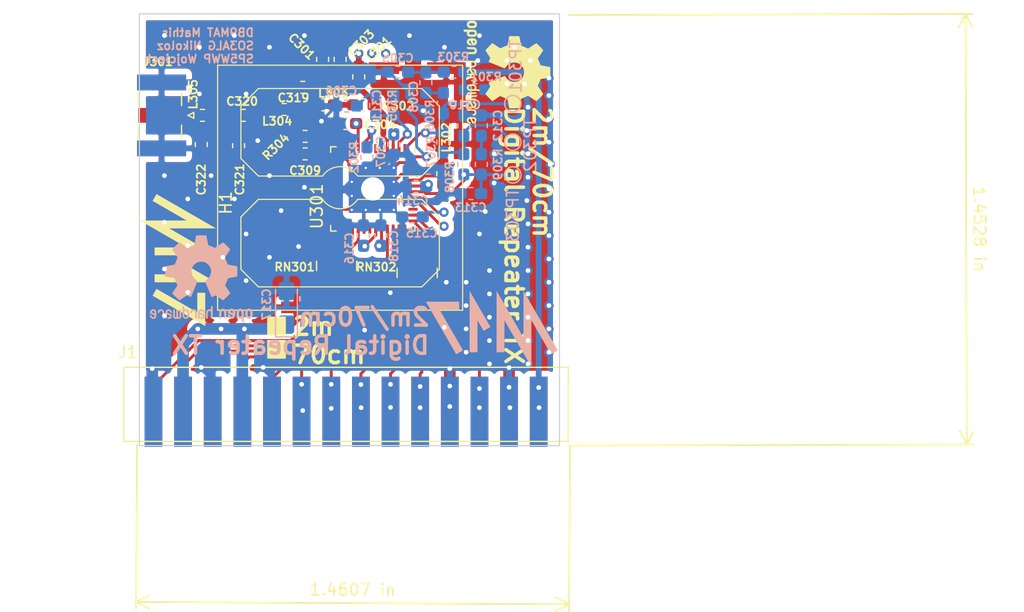
<source format=kicad_pcb>
(kicad_pcb (version 20171130) (host pcbnew "(5.1.5)-3")
  (layers (0 F.Cu signal) (1 In1.Cu signal) (2 In2.Cu signal) (31 B.Cu signal) (34 B.Paste user) (35 F.Paste user) (36 B.SilkS user) (37 F.SilkS user) (38 B.Mask user) (39 F.Mask user) (44 Edge.Cuts user))
  (net 0 "")
  (net 1 +3V3)
  (net 2 GND)
  (net 3 "Net-(C302-Pad2)")
  (net 4 TX)
  (net 5 "Net-(C305-Pad2)")
  (net 6 "Net-(C306-Pad1)")
  (net 7 "Net-(C308-Pad1)")
  (net 8 "Net-(C309-Pad1)")
  (net 9 "Net-(C310-Pad1)")
  (net 10 "Net-(C311-Pad1)")
  (net 11 "Net-(C311-Pad2)")
  (net 12 "Net-(C312-Pad1)")
  (net 13 "Net-(C313-Pad1)")
  (net 14 "Net-(C315-Pad1)")
  (net 15 "Net-(C316-Pad2)")
  (net 16 "Net-(C319-Pad1)")
  (net 17 "Net-(C320-Pad2)")
  (net 18 "Net-(C320-Pad1)")
  (net 19 "Net-(C322-Pad2)")
  (net 20 "Net-(L302-Pad2)")
  (net 21 "Net-(L302-Pad1)")
  (net 22 FM_MOD)
  (net 23 "Net-(R302-Pad1)")
  (net 24 "Net-(R304-Pad1)")
  (net 25 "Net-(R306-Pad1)")
  (net 26 "Net-(RN301-Pad2)")
  (net 27 "Net-(RN301-Pad3)")
  (net 28 "Net-(RN301-Pad1)")
  (net 29 "Net-(RN301-Pad4)")
  (net 30 ADF_SCLK)
  (net 31 ADF_SREAD)
  (net 32 ADF_SDATA)
  (net 33 ADF_SLE)
  (net 34 SPI2_MOSI)
  (net 35 SPI2_MISO)
  (net 36 SPI2_SCK)
  (net 37 ADF_MUXOUT)
  (net 38 "Net-(RN302-Pad4)")
  (net 39 "Net-(RN302-Pad1)")
  (net 40 "Net-(RN302-Pad3)")
  (net 41 "Net-(RN302-Pad2)")
  (net 42 "Net-(U301-Pad6)")
  (net 43 "Net-(U301-Pad7)")
  (net 44 "Net-(U301-Pad13)")
  (net 45 "Net-(U301-Pad14)")
  (net 46 "Net-(U301-Pad15)")
  (net 47 "Net-(U301-Pad16)")
  (net 48 "Net-(U301-Pad17)")
  (net 49 "Net-(U301-Pad18)")
  (net 50 "Net-(U301-Pad20)")
  (net 51 "Net-(U301-Pad21)")
  (net 52 "Net-(U301-Pad23)")
  (net 53 ADF_CE)
  (net 54 "Net-(U301-Pad30)")
  (net 55 ADF_SWD)
  (net 56 "Net-(U301-Pad39)")
  (net 57 EXT_OSC2_IN)
  (module Symbol:OSHW-Logo2_9.8x8mm_SilkScreen (layer B.Cu) (at 135.3 115.7 180)
    (fp_text reference REF** hide)
    (fp_text value OSHW-Logo2_9.8x8mm_SilkScreen hide)
  )
  (module Symbol:OSHW-Logo2_9.8x8mm_SilkScreen (layer F.Cu) (at 161.5 98 270)
    (fp_text reference REF** hide)
    (fp_text value OSHW-Logo2_9.8x8mm_SilkScreen hide)
  )
  (module lib:m17_silk_Logo (layer B.Cu) (at 160.2 120 180)
    (fp_text reference G*** hide)
    (fp_text value LOGO hide)
  )
  (module lib:m17_silk_Logo (layer F.Cu) (at 133.3 114.1 270)
    (fp_text reference G*** hide)
    (fp_text value LOGO hide)
  )
  (module Inductor_SMD:L_0603_1608Metric_Pad1.05x0.95mm_HandSolder (layer F.Cu) (at 145.8 100.8 180)
    (fp_text reference L303 (at -0.8 1) (layer F.SilkS) (effects (font (size 0.7 0.7))))
    (fp_text value 20n)
    (pad 1 smd roundrect (at -0.875 0 180) (size 1.05 0.95) (layers F.Cu F.Paste F.Mask) (net 4 TX))
    (pad 2 smd roundrect (at 0.875 0 180) (size 1.05 0.95) (layers F.Cu F.Paste F.Mask) (net 16 "Net-(C319-Pad1)"))
  )
  (module Inductor_SMD:L_0603_1608Metric_Pad1.05x0.95mm_HandSolder (layer F.Cu) (at 142.4 101.2 180)
    (fp_text reference L304 (at 0.6 -1) (layer F.SilkS) (effects (font (size 0.7 0.7))))
    (fp_text value 22n)
    (pad 2 smd roundrect (at 0.875 0 180) (size 1.05 0.95) (layers F.Cu F.Paste F.Mask) (net 17 "Net-(C320-Pad2)"))
    (pad 1 smd roundrect (at -0.875 0 180) (size 1.05 0.95) (layers F.Cu F.Paste F.Mask) (net 16 "Net-(C319-Pad1)"))
  )
  (module Capacitor_SMD:C_0603_1608Metric_Pad1.05x0.95mm_HandSolder (layer F.Cu) (at 138.9 101.7)
    (fp_text reference C320 (at -0.1 -1.2) (layer F.SilkS) (effects (font (size 0.7 0.7))))
    (fp_text value 1000p)
    (pad 1 smd roundrect (at -0.875 0) (size 1.05 0.95) (layers F.Cu F.Paste F.Mask) (net 18 "Net-(C320-Pad1)"))
    (pad 2 smd roundrect (at 0.875 0) (size 1.05 0.95) (layers F.Cu F.Paste F.Mask) (net 17 "Net-(C320-Pad2)"))
  )
  (module Connector_Coaxial:SMA_Samtec_SMA-J-P-X-ST-EM1_EdgeMount (layer F.Cu) (at 131.9 101.7 270)
    (fp_text reference J301 (at -4.6 0.3 180) (layer F.SilkS) (effects (font (size 0.7 0.7))))
    (fp_text value Out)
    (pad 2 smd rect (at -2.825 0 270) (size 1.35 4.2) (layers B.Cu B.Paste B.Mask) (net 2 GND))
    (pad 2 smd rect (at 2.825 0 270) (size 1.35 4.2) (layers B.Cu B.Paste B.Mask) (net 2 GND))
    (pad 2 smd rect (at -2.825 0 270) (size 1.35 4.2) (layers F.Cu F.Paste F.Mask) (net 2 GND))
    (pad 2 smd rect (at 2.825 0 270) (size 1.35 4.2) (layers F.Cu F.Paste F.Mask) (net 2 GND))
    (pad 1 smd rect (at 0 0.2 270) (size 1.27 3.6) (layers F.Cu F.Paste F.Mask) (net 19 "Net-(C322-Pad2)"))
  )
  (module TestPoint:TestPoint_Pad_D1.0mm (layer B.Cu) (at 162 100.7 180)
    (fp_text reference TP301 (at -0.25 3.2 90) (layer B.SilkS) (effects (justify mirror)))
    (fp_text value TestPoint_Probe)
    (pad 1 smd circle (at 0 0 180) (size 1 1) (layers B.Cu B.Mask) (net 25 "Net-(R306-Pad1)"))
  )
  (module TestPoint:TestPoint_Pad_D1.0mm (layer B.Cu) (at 162 104 180)
    (fp_text reference TP302 (at -1.5 -0.25 90) (layer B.SilkS) (effects (justify mirror)))
    (fp_text value TestPoint_Probe)
    (pad 1 smd circle (at 0 0 180) (size 1 1) (layers B.Cu B.Mask) (net 9 "Net-(C310-Pad1)"))
  )
  (module TestPoint:TestPoint_Pad_D1.0mm (layer B.Cu) (at 162 106.8 180)
    (fp_text reference TP303 (at 0 -3.45 90) (layer B.SilkS) (effects (justify mirror)))
    (fp_text value TestPoint_Probe)
    (pad 1 smd circle (at 0 0 180) (size 1 1) (layers B.Cu B.Mask) (net 13 "Net-(C313-Pad1)"))
  )
  (module Capacitor_SMD:C_0603_1608Metric_Pad1.05x0.95mm_HandSolder (layer F.Cu) (at 138.5 104.3 90)
    (fp_text reference C321 (at -2.9 0.1 90) (layer F.SilkS) (effects (font (size 0.7 0.7))))
    (fp_text value 9p1)
    (pad 2 smd roundrect (at 0.875 0 90) (size 1.05 0.95) (layers F.Cu F.Paste F.Mask) (net 18 "Net-(C320-Pad1)"))
    (pad 1 smd roundrect (at -0.875 0 90) (size 1.05 0.95) (layers F.Cu F.Paste F.Mask) (net 2 GND))
  )
  (module Capacitor_SMD:C_0603_1608Metric_Pad1.05x0.95mm_HandSolder (layer F.Cu) (at 149.2 100.8)
    (fp_text reference C302 (at 3 0.1) (layer F.SilkS) (effects (font (size 0.7 0.7))))
    (fp_text value 10p)
    (pad 2 smd roundrect (at 0.875 0) (size 1.05 0.95) (layers F.Cu F.Paste F.Mask) (net 3 "Net-(C302-Pad2)"))
    (pad 1 smd roundrect (at -0.875 0) (size 1.05 0.95) (layers F.Cu F.Paste F.Mask) (net 4 TX))
  )
  (module Capacitor_SMD:C_0603_1608Metric_Pad1.05x0.95mm_HandSolder (layer F.Cu) (at 135.3 104.2 90)
    (fp_text reference C322 (at -3 0 90) (layer F.SilkS) (effects (font (size 0.7 0.7))))
    (fp_text value 9p1)
    (pad 1 smd roundrect (at -0.875 0 90) (size 1.05 0.95) (layers F.Cu F.Paste F.Mask) (net 2 GND))
    (pad 2 smd roundrect (at 0.875 0 90) (size 1.05 0.95) (layers F.Cu F.Paste F.Mask) (net 19 "Net-(C322-Pad2)"))
  )
  (module Capacitor_SMD:C_0603_1608Metric_Pad1.05x0.95mm_HandSolder (layer F.Cu) (at 144 99.3 180)
    (fp_text reference C319 (at 0.8 -0.9) (layer F.SilkS) (effects (font (size 0.7 0.7))))
    (fp_text value 6p8)
    (pad 1 smd roundrect (at -0.875 0 180) (size 1.05 0.95) (layers F.Cu F.Paste F.Mask) (net 16 "Net-(C319-Pad1)"))
    (pad 2 smd roundrect (at 0.875 0 180) (size 1.05 0.95) (layers F.Cu F.Paste F.Mask) (net 2 GND))
  )
  (module Inductor_SMD:L_0603_1608Metric_Pad1.05x0.95mm_HandSolder (layer F.Cu) (at 135.4 101.7 180)
    (fp_text reference L305 (at 0.8 1.8 90) (layer F.SilkS) (effects (font (size 0.7 0.7))))
    (fp_text value 15nH)
    (pad 1 smd roundrect (at -0.875 0 180) (size 1.05 0.95) (layers F.Cu F.Paste F.Mask) (net 18 "Net-(C320-Pad1)"))
    (pad 2 smd roundrect (at 0.875 0 180) (size 1.05 0.95) (layers F.Cu F.Paste F.Mask) (net 19 "Net-(C322-Pad2)"))
  )
  (module Capacitor_SMD:C_0603_1608Metric_Pad1.05x0.95mm_HandSolder (layer F.Cu) (at 144.2 105 180)
    (fp_text reference C309 (at 0 -1.43) (layer F.SilkS) (effects (font (size 0.7 0.7))))
    (fp_text value 100n)
    (pad 2 smd roundrect (at 0.875 0 180) (size 1.05 0.95) (layers F.Cu F.Paste F.Mask) (net 2 GND))
    (pad 1 smd roundrect (at -0.875 0 180) (size 1.05 0.95) (layers F.Cu F.Paste F.Mask) (net 8 "Net-(C309-Pad1)"))
  )
  (module Capacitor_SMD:C_0603_1608Metric_Pad1.05x0.95mm_HandSolder (layer B.Cu) (at 151.8 100.85 270)
    (fp_text reference C311 (at 0 1.43 270) (layer B.SilkS) (effects (font (size 0.7 0.7)) (justify mirror)))
    (fp_text value 22n)
    (pad 1 smd roundrect (at -0.875 0 270) (size 1.05 0.95) (layers B.Cu B.Paste B.Mask) (net 10 "Net-(C311-Pad1)"))
    (pad 2 smd roundrect (at 0.875 0 270) (size 1.05 0.95) (layers B.Cu B.Paste B.Mask) (net 11 "Net-(C311-Pad2)"))
  )
  (module Resistor_SMD:R_0603_1608Metric_Pad1.05x0.95mm_HandSolder (layer F.Cu) (at 144.2 103.5 180)
    (fp_text reference R304 (at 2.5 -0.9 45 unlocked) (layer F.SilkS) (effects (font (size 0.7 0.7))))
    (fp_text value 3k6)
    (pad 1 smd roundrect (at -0.875 0 180) (size 1.05 0.95) (layers F.Cu F.Paste F.Mask) (net 24 "Net-(R304-Pad1)"))
    (pad 2 smd roundrect (at 0.875 0 180) (size 1.05 0.95) (layers F.Cu F.Paste F.Mask) (net 2 GND))
  )
  (module Package_CSP:LFCSP-48-1EP_7x7mm_P0.5mm_EP4.1x4.1mm_ThermalVias (layer F.Cu) (at 150 108 270)
    (fp_text reference U301 (at 1.5 4.8 270) (layer F.SilkS))
    (fp_text value ADF7021)
    (pad 1 smd roundrect (at -3.45 -2.75 270) (size 0.8 0.25) (layers F.Cu F.Paste F.Mask) (net 25 "Net-(R306-Pad1)"))
    (pad 2 smd roundrect (at -3.45 -2.25 270) (size 0.8 0.25) (layers F.Cu F.Paste F.Mask) (net 11 "Net-(C311-Pad2)"))
    (pad 3 smd roundrect (at -3.45 -1.75 270) (size 0.8 0.25) (layers F.Cu F.Paste F.Mask) (net 1 +3V3))
    (pad 4 smd roundrect (at -3.45 -1.25 270) (size 0.8 0.25) (layers F.Cu F.Paste F.Mask) (net 3 "Net-(C302-Pad2)"))
    (pad 5 smd roundrect (at -3.45 -0.75 270) (size 0.8 0.25) (layers F.Cu F.Paste F.Mask) (net 2 GND))
    (pad 6 smd roundrect (at -3.45 -0.25 270) (size 0.8 0.25) (layers F.Cu F.Paste F.Mask) (net 42 "Net-(U301-Pad6)"))
    (pad 7 smd roundrect (at -3.45 0.25 270) (size 0.8 0.25) (layers F.Cu F.Paste F.Mask) (net 43 "Net-(U301-Pad7)"))
    (pad 8 smd roundrect (at -3.45 0.75 270) (size 0.8 0.25) (layers F.Cu F.Paste F.Mask) (net 23 "Net-(R302-Pad1)"))
    (pad 9 smd roundrect (at -3.45 1.25 270) (size 0.8 0.25) (layers F.Cu F.Paste F.Mask) (net 1 +3V3))
    (pad 10 smd roundrect (at -3.45 1.75 270) (size 0.8 0.25) (layers F.Cu F.Paste F.Mask) (net 24 "Net-(R304-Pad1)"))
    (pad 11 smd roundrect (at -3.45 2.25 270) (size 0.8 0.25) (layers F.Cu F.Paste F.Mask) (net 8 "Net-(C309-Pad1)"))
    (pad 12 smd roundrect (at -3.45 2.75 270) (size 0.8 0.25) (layers F.Cu F.Paste F.Mask) (net 2 GND))
    (pad 13 smd roundrect (at -2.75 3.45 270) (size 0.25 0.8) (layers F.Cu F.Paste F.Mask) (net 44 "Net-(U301-Pad13)"))
    (pad 14 smd roundrect (at -2.25 3.45 270) (size 0.25 0.8) (layers F.Cu F.Paste F.Mask) (net 45 "Net-(U301-Pad14)"))
    (pad 15 smd roundrect (at -1.75 3.45 270) (size 0.25 0.8) (layers F.Cu F.Paste F.Mask) (net 46 "Net-(U301-Pad15)"))
    (pad 16 smd roundrect (at -1.25 3.45 270) (size 0.25 0.8) (layers F.Cu F.Paste F.Mask) (net 47 "Net-(U301-Pad16)"))
    (pad 17 smd roundrect (at -0.75 3.45 270) (size 0.25 0.8) (layers F.Cu F.Paste F.Mask) (net 48 "Net-(U301-Pad17)"))
    (pad 18 smd roundrect (at -0.25 3.45 270) (size 0.25 0.8) (layers F.Cu F.Paste F.Mask) (net 49 "Net-(U301-Pad18)"))
    (pad 19 smd roundrect (at 0.25 3.45 270) (size 0.25 0.8) (layers F.Cu F.Paste F.Mask) (net 2 GND))
    (pad 20 smd roundrect (at 0.75 3.45 270) (size 0.25 0.8) (layers F.Cu F.Paste F.Mask) (net 50 "Net-(U301-Pad20)"))
    (pad 21 smd roundrect (at 1.25 3.45 270) (size 0.25 0.8) (layers F.Cu F.Paste F.Mask) (net 51 "Net-(U301-Pad21)"))
    (pad 22 smd roundrect (at 1.75 3.45 270) (size 0.25 0.8) (layers F.Cu F.Paste F.Mask) (net 2 GND))
    (pad 23 smd roundrect (at 2.25 3.45 270) (size 0.25 0.8) (layers F.Cu F.Paste F.Mask) (net 52 "Net-(U301-Pad23)"))
    (pad 24 smd roundrect (at 2.75 3.45 270) (size 0.25 0.8) (layers F.Cu F.Paste F.Mask) (net 53 ADF_CE))
    (pad 25 smd roundrect (at 3.45 2.75 270) (size 0.8 0.25) (layers F.Cu F.Paste F.Mask) (net 29 "Net-(RN301-Pad4)"))
    (pad 26 smd roundrect (at 3.45 2.25 270) (size 0.8 0.25) (layers F.Cu F.Paste F.Mask) (net 27 "Net-(RN301-Pad3)"))
    (pad 27 smd roundrect (at 3.45 1.75 270) (size 0.8 0.25) (layers F.Cu F.Paste F.Mask) (net 26 "Net-(RN301-Pad2)"))
    (pad 28 smd roundrect (at 3.45 1.25 270) (size 0.8 0.25) (layers F.Cu F.Paste F.Mask) (net 28 "Net-(RN301-Pad1)"))
    (pad 29 smd roundrect (at 3.45 0.75 270) (size 0.8 0.25) (layers F.Cu F.Paste F.Mask) (net 2 GND))
    (pad 30 smd roundrect (at 3.45 0.25 270) (size 0.8 0.25) (layers F.Cu F.Paste F.Mask) (net 54 "Net-(U301-Pad30)"))
    (pad 31 smd roundrect (at 3.45 -0.25 270) (size 0.8 0.25) (layers F.Cu F.Paste F.Mask) (net 15 "Net-(C316-Pad2)"))
    (pad 32 smd roundrect (at 3.45 -0.75 270) (size 0.8 0.25) (layers F.Cu F.Paste F.Mask) (net 1 +3V3))
    (pad 33 smd roundrect (at 3.45 -1.25 270) (size 0.8 0.25) (layers F.Cu F.Paste F.Mask) (net 55 ADF_SWD))
    (pad 34 smd roundrect (at 3.45 -1.75 270) (size 0.8 0.25) (layers F.Cu F.Paste F.Mask) (net 38 "Net-(RN302-Pad4)"))
    (pad 35 smd roundrect (at 3.45 -2.25 270) (size 0.8 0.25) (layers F.Cu F.Paste F.Mask) (net 40 "Net-(RN302-Pad3)"))
    (pad 36 smd roundrect (at 3.45 -2.75 270) (size 0.8 0.25) (layers F.Cu F.Paste F.Mask) (net 41 "Net-(RN302-Pad2)"))
    (pad 37 smd roundrect (at 2.75 -3.45 270) (size 0.25 0.8) (layers F.Cu F.Paste F.Mask) (net 39 "Net-(RN302-Pad1)"))
    (pad 38 smd roundrect (at 2.25 -3.45 270) (size 0.25 0.8) (layers F.Cu F.Paste F.Mask) (net 57 EXT_OSC2_IN))
    (pad 39 smd roundrect (at 1.75 -3.45 270) (size 0.25 0.8) (layers F.Cu F.Paste F.Mask) (net 56 "Net-(U301-Pad39)"))
    (pad 40 smd roundrect (at 1.25 -3.45 270) (size 0.25 0.8) (layers F.Cu F.Paste F.Mask) (net 1 +3V3))
    (pad 41 smd roundrect (at 0.75 -3.45 270) (size 0.25 0.8) (layers F.Cu F.Paste F.Mask) (net 14 "Net-(C315-Pad1)"))
    (pad 42 smd roundrect (at 0.25 -3.45 270) (size 0.25 0.8) (layers F.Cu F.Paste F.Mask) (net 13 "Net-(C313-Pad1)"))
    (pad 43 smd roundrect (at -0.25 -3.45 270) (size 0.25 0.8) (layers F.Cu F.Paste F.Mask) (net 1 +3V3))
    (pad 44 smd roundrect (at -0.75 -3.45 270) (size 0.25 0.8) (layers F.Cu F.Paste F.Mask) (net 20 "Net-(L302-Pad2)"))
    (pad 45 smd roundrect (at -1.25 -3.45 270) (size 0.25 0.8) (layers F.Cu F.Paste F.Mask) (net 2 GND))
    (pad 46 smd roundrect (at -1.75 -3.45 270) (size 0.25 0.8) (layers F.Cu F.Paste F.Mask) (net 21 "Net-(L302-Pad1)"))
    (pad 47 smd roundrect (at -2.25 -3.45 270) (size 0.25 0.8) (layers F.Cu F.Paste F.Mask) (net 2 GND))
    (pad 48 smd roundrect (at -2.75 -3.45 270) (size 0.25 0.8) (layers F.Cu F.Paste F.Mask) (net 10 "Net-(C311-Pad1)"))
    (pad 49 smd rect (at 0 0 270) (size 4.1 4.1) (layers F.Cu F.Mask) (net 2 GND))
    (pad 49 thru_hole circle (at -1.8 -1.8 270) (size 0.5 0.5) (drill 0.2) (layers *.Cu) (net 2 GND))
    (pad 49 thru_hole circle (at -0.6 -1.8 270) (size 0.5 0.5) (drill 0.2) (layers *.Cu) (net 2 GND))
    (pad 49 thru_hole circle (at 0.6 -1.8 270) (size 0.5 0.5) (drill 0.2) (layers *.Cu) (net 2 GND))
    (pad 49 thru_hole circle (at 1.8 -1.8 270) (size 0.5 0.5) (drill 0.2) (layers *.Cu) (net 2 GND))
    (pad 49 thru_hole circle (at -1.8 -0.6 270) (size 0.5 0.5) (drill 0.2) (layers *.Cu) (net 2 GND))
    (pad 49 thru_hole circle (at 0 0 270) (size 2.5 2.5) (drill 2) (layers *.Cu) (net 2 GND))
    (pad 49 thru_hole circle (at 1.8 -0.6 270) (size 0.5 0.5) (drill 0.2) (layers *.Cu) (net 2 GND))
    (pad 49 thru_hole circle (at -1.8 0.6 270) (size 0.5 0.5) (drill 0.2) (layers *.Cu) (net 2 GND))
    (pad 49 thru_hole circle (at 1.8 0.6 270) (size 0.5 0.5) (drill 0.2) (layers *.Cu) (net 2 GND))
    (pad 49 thru_hole circle (at -1.8 1.8 270) (size 0.5 0.5) (drill 0.2) (layers *.Cu) (net 2 GND))
    (pad 49 thru_hole circle (at -0.6 1.8 270) (size 0.5 0.5) (drill 0.2) (layers *.Cu) (net 2 GND))
    (pad 49 thru_hole circle (at 0.6 1.8 270) (size 0.5 0.5) (drill 0.2) (layers *.Cu) (net 2 GND))
    (pad 49 thru_hole circle (at 1.8 1.8 270) (size 0.5 0.5) (drill 0.2) (layers *.Cu) (net 2 GND))
    (pad 49 smd rect (at 0 0 270) (size 4.1 4.1) (layers B.Cu) (net 2 GND))
  )
  (module Capacitor_SMD:C_0603_1608Metric_Pad1.05x0.95mm_HandSolder (layer F.Cu) (at 145.7 96.9 90)
    (fp_text reference C301 (at 1.1 -1.8 315 unlocked) (layer F.SilkS) (effects (font (size 0.7 0.7))))
    (fp_text value 220p)
    (pad 1 smd roundrect (at -0.875 0 90) (size 1.05 0.95) (layers F.Cu F.Paste F.Mask) (net 1 +3V3))
    (pad 2 smd roundrect (at 0.875 0 90) (size 1.05 0.95) (layers F.Cu F.Paste F.Mask) (net 2 GND))
  )
  (module Capacitor_SMD:C_0603_1608Metric_Pad1.05x0.95mm_HandSolder (layer F.Cu) (at 147.2 96.9 90)
    (fp_text reference C303 (at 1.4 1.8 45 unlocked) (layer F.SilkS) (effects (font (size 0.7 0.7))))
    (fp_text value 10n)
    (pad 1 smd roundrect (at -0.875 0 90) (size 1.05 0.95) (layers F.Cu F.Paste F.Mask) (net 1 +3V3))
    (pad 2 smd roundrect (at 0.875 0 90) (size 1.05 0.95) (layers F.Cu F.Paste F.Mask) (net 2 GND))
  )
  (module Capacitor_SMD:C_0603_1608Metric_Pad1.05x0.95mm_HandSolder (layer F.Cu) (at 147.7 102.4 180)
    (fp_text reference C304 (at -2.9 -0.1) (layer F.SilkS) (effects (font (size 0.7 0.7))))
    (fp_text value 10n)
    (pad 1 smd roundrect (at -0.875 0 180) (size 1.05 0.95) (layers F.Cu F.Paste F.Mask) (net 1 +3V3))
    (pad 2 smd roundrect (at 0.875 0 180) (size 1.05 0.95) (layers F.Cu F.Paste F.Mask) (net 2 GND))
  )
  (module Capacitor_SMD:C_0603_1608Metric_Pad1.05x0.95mm_HandSolder (layer B.Cu) (at 152.15 98)
    (fp_text reference C305 (at 0 -1.2) (layer B.SilkS) (effects (font (size 0.7 0.7)) (justify mirror)))
    (fp_text value 2n2)
    (pad 1 smd roundrect (at -0.875 0) (size 1.05 0.95) (layers B.Cu B.Paste B.Mask) (net 2 GND))
    (pad 2 smd roundrect (at 0.875 0) (size 1.05 0.95) (layers B.Cu B.Paste B.Mask) (net 5 "Net-(C305-Pad2)"))
  )
  (module Capacitor_SMD:C_0603_1608Metric_Pad1.05x0.95mm_HandSolder (layer B.Cu) (at 147.75 100.9 180)
    (fp_text reference C306 (at 0.45 1.3) (layer B.SilkS) (effects (font (size 0.7 0.7)) (justify mirror)))
    (fp_text value 100n)
    (pad 2 smd roundrect (at 0.875 0 180) (size 1.05 0.95) (layers B.Cu B.Paste B.Mask) (net 2 GND))
    (pad 1 smd roundrect (at -0.875 0 180) (size 1.05 0.95) (layers B.Cu B.Paste B.Mask) (net 6 "Net-(C306-Pad1)"))
  )
  (module Capacitor_SMD:C_0603_1608Metric_Pad1.05x0.95mm_HandSolder (layer B.Cu) (at 151.8 104.2 270)
    (fp_text reference C307 (at 0.6 1.1 90) (layer B.SilkS) (effects (font (size 0.7 0.7)) (justify mirror)))
    (fp_text value 10n)
    (pad 1 smd roundrect (at -0.875 0 270) (size 1.05 0.95) (layers B.Cu B.Paste B.Mask) (net 1 +3V3))
    (pad 2 smd roundrect (at 0.875 0 270) (size 1.05 0.95) (layers B.Cu B.Paste B.Mask) (net 2 GND))
  )
  (module Capacitor_SMD:C_0603_1608Metric_Pad1.05x0.95mm_HandSolder (layer B.Cu) (at 154.55 98.9 90)
    (fp_text reference C308 (at -1.2 -1.05 90) (layer B.SilkS) (effects (font (size 0.7 0.7)) (justify mirror)))
    (fp_text value 100n)
    (pad 2 smd roundrect (at 0.875 0 90) (size 1.05 0.95) (layers B.Cu B.Paste B.Mask) (net 5 "Net-(C305-Pad2)"))
    (pad 1 smd roundrect (at -0.875 0 90) (size 1.05 0.95) (layers B.Cu B.Paste B.Mask) (net 7 "Net-(C308-Pad1)"))
  )
  (module Capacitor_SMD:C_0603_1608Metric_Pad1.05x0.95mm_HandSolder (layer B.Cu) (at 157.8 102.6 90)
    (fp_text reference C310 (at 1.8 0.1 180) (layer B.SilkS) (effects (font (size 0.7 0.7)) (justify mirror)))
    (fp_text value 470p)
    (pad 2 smd roundrect (at 0.875 0 90) (size 1.05 0.95) (layers B.Cu B.Paste B.Mask) (net 2 GND))
    (pad 1 smd roundrect (at -0.875 0 90) (size 1.05 0.95) (layers B.Cu B.Paste B.Mask) (net 9 "Net-(C310-Pad1)"))
  )
  (module Capacitor_SMD:C_0603_1608Metric_Pad1.05x0.95mm_HandSolder (layer B.Cu) (at 159.3 102.575 90)
    (fp_text reference C312 (at 0 1.43 90) (layer B.SilkS) (effects (font (size 0.7 0.7)) (justify mirror)))
    (fp_text value 15n)
    (pad 2 smd roundrect (at 0.875 0 90) (size 1.05 0.95) (layers B.Cu B.Paste B.Mask) (net 2 GND))
    (pad 1 smd roundrect (at -0.875 0 90) (size 1.05 0.95) (layers B.Cu B.Paste B.Mask) (net 12 "Net-(C312-Pad1)"))
  )
  (module Capacitor_SMD:C_0603_1608Metric_Pad1.05x0.95mm_HandSolder (layer B.Cu) (at 158.4 108.4 180)
    (fp_text reference C313 (at 0 -1.2 180) (layer B.SilkS) (effects (font (size 0.7 0.7)) (justify mirror)))
    (fp_text value 1n)
    (pad 2 smd roundrect (at 0.875 0 180) (size 1.05 0.95) (layers B.Cu B.Paste B.Mask) (net 2 GND))
    (pad 1 smd roundrect (at -0.875 0 180) (size 1.05 0.95) (layers B.Cu B.Paste B.Mask) (net 13 "Net-(C313-Pad1)"))
  )
  (module Capacitor_SMD:C_0603_1608Metric_Pad1.05x0.95mm_HandSolder (layer B.Cu) (at 153.7 107.8 180)
    (fp_text reference C314 (at 0.3 -1.2) (layer B.SilkS) (effects (font (size 0.7 0.7)) (justify mirror)))
    (fp_text value 10n)
    (pad 2 smd roundrect (at 0.875 0 180) (size 1.05 0.95) (layers B.Cu B.Paste B.Mask) (net 2 GND))
    (pad 1 smd roundrect (at -0.875 0 180) (size 1.05 0.95) (layers B.Cu B.Paste B.Mask) (net 1 +3V3))
  )
  (module Capacitor_SMD:C_0603_1608Metric_Pad1.05x0.95mm_HandSolder (layer B.Cu) (at 153.4 110.4 180)
    (fp_text reference C315 (at -0.8 -1.4) (layer B.SilkS) (effects (font (size 0.7 0.7)) (justify mirror)))
    (fp_text value 100n)
    (pad 1 smd roundrect (at -0.875 0 180) (size 1.05 0.95) (layers B.Cu B.Paste B.Mask) (net 14 "Net-(C315-Pad1)"))
    (pad 2 smd roundrect (at 0.875 0 180) (size 1.05 0.95) (layers B.Cu B.Paste B.Mask) (net 2 GND))
  )
  (module Capacitor_SMD:C_0603_1608Metric_Pad1.05x0.95mm_HandSolder (layer B.Cu) (at 149.2 112 270)
    (fp_text reference C316 (at 1.1 1.2 270) (layer B.SilkS) (effects (font (size 0.7 0.7)) (justify mirror)))
    (fp_text value 100n)
    (pad 2 smd roundrect (at 0.875 0 270) (size 1.05 0.95) (layers B.Cu B.Paste B.Mask) (net 15 "Net-(C316-Pad2)"))
    (pad 1 smd roundrect (at -0.875 0 270) (size 1.05 0.95) (layers B.Cu B.Paste B.Mask) (net 2 GND))
  )
  (module Capacitor_Tantalum_SMD:CP_EIA-3216-18_Kemet-A_Pad1.58x1.35mm_HandSolder (layer B.Cu) (at 142.6 118.2 90)
    (fp_text reference C317 (at 0.3 -1.7 90) (layer B.SilkS) (effects (font (size 0.7 0.7)) (justify mirror)))
    (fp_text value 22u/TA)
    (pad 1 smd roundrect (at -1.4375 0 90) (size 1.575 1.35) (layers B.Cu B.Paste B.Mask) (roundrect_rratio 0.185185) (net 1 +3V3))
    (pad 2 smd roundrect (at 1.4375 0 90) (size 1.575 1.35) (layers B.Cu B.Paste B.Mask) (roundrect_rratio 0.185185) (net 2 GND))
  )
  (module Capacitor_SMD:C_0603_1608Metric_Pad1.05x0.95mm_HandSolder (layer B.Cu) (at 150.7 112 90)
    (fp_text reference C318 (at -0.9 1.1 -90) (layer B.SilkS) (effects (font (size 0.7 0.7)) (justify mirror)))
    (fp_text value 10n)
    (pad 1 smd roundrect (at -0.875 0 90) (size 1.05 0.95) (layers B.Cu B.Paste B.Mask) (net 1 +3V3))
    (pad 2 smd roundrect (at 0.875 0 90) (size 1.05 0.95) (layers B.Cu B.Paste B.Mask) (net 2 GND))
  )
  (module Inductor_SMD:L_0603_1608Metric_Pad1.05x0.95mm_HandSolder (layer F.Cu) (at 148.8 98.4 270)
    (fp_text reference L301 (at -2.4 -1.7 45 unlocked) (layer F.SilkS) (effects (font (size 0.7 0.7))))
    (fp_text value 15n)
    (pad 1 smd roundrect (at -0.875 0 270) (size 1.05 0.95) (layers F.Cu F.Paste F.Mask) (net 1 +3V3))
    (pad 2 smd roundrect (at 0.875 0 270) (size 1.05 0.95) (layers F.Cu F.Paste F.Mask) (net 3 "Net-(C302-Pad2)"))
  )
  (module Inductor_SMD:L_0603_1608Metric_Pad1.05x0.95mm_HandSolder (layer F.Cu) (at 156 106.7 270)
    (fp_text reference L302 (at -3.1 -0.3 90) (layer F.SilkS) (effects (font (size 0.7 0.7))))
    (fp_text value DNP)
    (pad 2 smd roundrect (at 0.875 0 270) (size 1.05 0.95) (layers F.Cu F.Paste F.Mask) (net 20 "Net-(L302-Pad2)"))
    (pad 1 smd roundrect (at -0.875 0 270) (size 1.05 0.95) (layers F.Cu F.Paste F.Mask) (net 21 "Net-(L302-Pad1)"))
  )
  (module Resistor_SMD:R_0603_1608Metric_Pad1.05x0.95mm_HandSolder (layer B.Cu) (at 158.75 99.5 180)
    (fp_text reference R301 (at -0.95 1.1) (layer B.SilkS) (effects (font (size 0.7 0.7)) (justify mirror)))
    (fp_text value 22k)
    (pad 1 smd roundrect (at -0.875 0 180) (size 1.05 0.95) (layers B.Cu B.Paste B.Mask) (net 2 GND))
    (pad 2 smd roundrect (at 0.875 0 180) (size 1.05 0.95) (layers B.Cu B.Paste B.Mask) (net 22 FM_MOD))
  )
  (module Resistor_SMD:R_0603_1608Metric_Pad1.05x0.95mm_HandSolder (layer B.Cu) (at 149.5 105.3 270)
    (fp_text reference R302 (at 0 1.1 270) (layer B.SilkS) (effects (font (size 0.7 0.7)) (justify mirror)))
    (fp_text value 1k1)
    (pad 1 smd roundrect (at -0.875 0 270) (size 1.05 0.95) (layers B.Cu B.Paste B.Mask) (net 23 "Net-(R302-Pad1)"))
    (pad 2 smd roundrect (at 0.875 0 270) (size 1.05 0.95) (layers B.Cu B.Paste B.Mask) (net 2 GND))
  )
  (module Resistor_SMD:R_0603_1608Metric_Pad1.05x0.95mm_HandSolder (layer B.Cu) (at 156.95 98 180)
    (fp_text reference R303 (at 0.05 1.3) (layer B.SilkS) (effects (font (size 0.7 0.7)) (justify mirror)))
    (fp_text value 47k)
    (pad 2 smd roundrect (at 0.875 0 180) (size 1.05 0.95) (layers B.Cu B.Paste B.Mask) (net 5 "Net-(C305-Pad2)"))
    (pad 1 smd roundrect (at -0.875 0 180) (size 1.05 0.95) (layers B.Cu B.Paste B.Mask) (net 22 FM_MOD))
  )
  (module Resistor_SMD:R_0603_1608Metric_Pad1.05x0.95mm_HandSolder (layer B.Cu) (at 150.25 100.85 90)
    (fp_text reference R305 (at 0 1.43 90) (layer B.SilkS) (effects (font (size 0.7 0.7)) (justify mirror)))
    (fp_text value 3R9)
    (pad 2 smd roundrect (at 0.875 0 90) (size 1.05 0.95) (layers B.Cu B.Paste B.Mask) (net 6 "Net-(C306-Pad1)"))
    (pad 1 smd roundrect (at -0.875 0 90) (size 1.05 0.95) (layers B.Cu B.Paste B.Mask) (net 11 "Net-(C311-Pad2)"))
  )
  (module Resistor_SMD:R_0603_1608Metric_Pad1.05x0.95mm_HandSolder (layer B.Cu) (at 156.05 100.65 90)
    (fp_text reference R306 (at -1.05 -1.15 270) (layer B.SilkS) (effects (font (size 0.7 0.7)) (justify mirror)))
    (fp_text value 47k)
    (pad 2 smd roundrect (at 0.875 0 90) (size 1.05 0.95) (layers B.Cu B.Paste B.Mask) (net 7 "Net-(C308-Pad1)"))
    (pad 1 smd roundrect (at -0.875 0 90) (size 1.05 0.95) (layers B.Cu B.Paste B.Mask) (net 25 "Net-(R306-Pad1)"))
  )
  (module Resistor_SMD:R_0603_1608Metric_Pad1.05x0.95mm_HandSolder (layer B.Cu) (at 156 104 90)
    (fp_text reference R307 (at -0.8 -1 90) (layer B.SilkS) (effects (font (size 0.7 0.7)) (justify mirror)))
    (fp_text value 100)
    (pad 1 smd roundrect (at -0.875 0 90) (size 1.05 0.95) (layers B.Cu B.Paste B.Mask) (net 9 "Net-(C310-Pad1)"))
    (pad 2 smd roundrect (at 0.875 0 90) (size 1.05 0.95) (layers B.Cu B.Paste B.Mask) (net 25 "Net-(R306-Pad1)"))
  )
  (module Resistor_SMD:R_0603_1608Metric_Pad1.05x0.95mm_HandSolder (layer B.Cu) (at 157.8 105.9 90)
    (fp_text reference R308 (at -1.1 -1.2 90) (layer B.SilkS) (effects (font (size 0.7 0.7)) (justify mirror)))
    (fp_text value 560)
    (pad 2 smd roundrect (at 0.875 0 90) (size 1.05 0.95) (layers B.Cu B.Paste B.Mask) (net 9 "Net-(C310-Pad1)"))
    (pad 1 smd roundrect (at -0.875 0 90) (size 1.05 0.95) (layers B.Cu B.Paste B.Mask) (net 13 "Net-(C313-Pad1)"))
  )
  (module Resistor_SMD:R_0603_1608Metric_Pad1.05x0.95mm_HandSolder (layer B.Cu) (at 159.3 105.9 90)
    (fp_text reference R309 (at 0 1.43 90) (layer B.SilkS) (effects (font (size 0.7 0.7)) (justify mirror)))
    (fp_text value 270)
    (pad 1 smd roundrect (at -0.875 0 90) (size 1.05 0.95) (layers B.Cu B.Paste B.Mask) (net 13 "Net-(C313-Pad1)"))
    (pad 2 smd roundrect (at 0.875 0 90) (size 1.05 0.95) (layers B.Cu B.Paste B.Mask) (net 12 "Net-(C312-Pad1)"))
  )
  (module Resistor_SMD:R_Array_Concave_4x0603 (layer F.Cu) (at 146.9 114.6 270)
    (fp_text reference RN301 (at 0.1 3.6 180) (layer F.SilkS) (effects (font (size 0.7 0.7))))
    (fp_text value "4 x 1k ISOLATED")
    (pad 2 smd rect (at -0.85 -0.4 270) (size 0.9 0.4) (layers F.Cu F.Paste F.Mask) (net 26 "Net-(RN301-Pad2)"))
    (pad 3 smd rect (at -0.85 0.4 270) (size 0.9 0.4) (layers F.Cu F.Paste F.Mask) (net 27 "Net-(RN301-Pad3)"))
    (pad 1 smd rect (at -0.85 -1.2 270) (size 0.9 0.4) (layers F.Cu F.Paste F.Mask) (net 28 "Net-(RN301-Pad1)"))
    (pad 4 smd rect (at -0.85 1.2 270) (size 0.9 0.4) (layers F.Cu F.Paste F.Mask) (net 29 "Net-(RN301-Pad4)"))
    (pad 8 smd rect (at 0.85 -1.2 270) (size 0.9 0.4) (layers F.Cu F.Paste F.Mask) (net 30 ADF_SCLK))
    (pad 7 smd rect (at 0.85 -0.4 270) (size 0.9 0.4) (layers F.Cu F.Paste F.Mask) (net 31 ADF_SREAD))
    (pad 6 smd rect (at 0.85 0.4 270) (size 0.9 0.4) (layers F.Cu F.Paste F.Mask) (net 32 ADF_SDATA))
    (pad 5 smd rect (at 0.85 1.2 270) (size 0.9 0.4) (layers F.Cu F.Paste F.Mask) (net 33 ADF_SLE))
  )
  (module Resistor_SMD:R_Array_Concave_4x0603 (layer F.Cu) (at 153.8 115.2 270)
    (fp_text reference RN302 (at -0.5 3.5 180) (layer F.SilkS) (effects (font (size 0.7 0.7))))
    (fp_text value "4 x 1k ISOLATED")
    (pad 5 smd rect (at 0.85 1.2 270) (size 0.9 0.4) (layers F.Cu F.Paste F.Mask) (net 34 SPI2_MOSI))
    (pad 6 smd rect (at 0.85 0.4 270) (size 0.9 0.4) (layers F.Cu F.Paste F.Mask) (net 35 SPI2_MISO))
    (pad 7 smd rect (at 0.85 -0.4 270) (size 0.9 0.4) (layers F.Cu F.Paste F.Mask) (net 36 SPI2_SCK))
    (pad 8 smd rect (at 0.85 -1.2 270) (size 0.9 0.4) (layers F.Cu F.Paste F.Mask) (net 37 ADF_MUXOUT))
    (pad 4 smd rect (at -0.85 1.2 270) (size 0.9 0.4) (layers F.Cu F.Paste F.Mask) (net 38 "Net-(RN302-Pad4)"))
    (pad 1 smd rect (at -0.85 -1.2 270) (size 0.9 0.4) (layers F.Cu F.Paste F.Mask) (net 39 "Net-(RN302-Pad1)"))
    (pad 3 smd rect (at -0.85 0.4 270) (size 0.9 0.4) (layers F.Cu F.Paste F.Mask) (net 40 "Net-(RN302-Pad3)"))
    (pad 2 smd rect (at -0.85 -0.4 270) (size 0.9 0.4) (layers F.Cu F.Paste F.Mask) (net 41 "Net-(RN302-Pad2)"))
  )
  (module edge_contact:edge_2x14pin (layer F.Cu) (at 131.2 127.1)
    (fp_text reference J1 (at -2.2 -5.1) (layer F.SilkS))
    (fp_text value Conn_02x14_Odd_Even)
    (pad 1 smd rect (at 0 0) (size 1.524 6) (layers F.Cu F.Paste F.Mask) (net 53 ADF_CE))
    (pad 3 smd rect (at 2.54 0) (size 1.524 6) (layers F.Cu F.Paste F.Mask) (net 33 ADF_SLE))
    (pad 5 smd rect (at 5.08 0) (size 1.524 6) (layers F.Cu F.Paste F.Mask) (net 32 ADF_SDATA))
    (pad 7 smd rect (at 7.62 0) (size 1.524 6) (layers F.Cu F.Paste F.Mask) (net 31 ADF_SREAD))
    (pad 9 smd rect (at 10.16 0) (size 1.524 6) (layers F.Cu F.Paste F.Mask) (net 30 ADF_SCLK))
    (pad 11 smd rect (at 12.7 0) (size 1.524 6) (layers F.Cu F.Paste F.Mask) (net 55 ADF_SWD))
    (pad 13 smd rect (at 15.24 0) (size 1.524 6) (layers F.Cu F.Paste F.Mask) (net 34 SPI2_MOSI))
    (pad 15 smd rect (at 17.78 0) (size 1.524 6) (layers F.Cu F.Paste F.Mask) (net 35 SPI2_MISO))
    (pad 17 smd rect (at 20.32 0) (size 1.524 6) (layers F.Cu F.Paste F.Mask) (net 36 SPI2_SCK))
    (pad 19 smd rect (at 22.86 0) (size 1.524 6) (layers F.Cu F.Paste F.Mask) (net 37 ADF_MUXOUT))
    (pad 21 smd rect (at 25.4 0) (size 1.524 6) (layers F.Cu F.Paste F.Mask) (net 2 GND))
    (pad 23 smd rect (at 27.94 0) (size 1.524 6) (layers F.Cu F.Paste F.Mask) (net 57 EXT_OSC2_IN))
    (pad 25 smd rect (at 30.48 0) (size 1.524 6) (layers F.Cu F.Paste F.Mask) (net 2 GND))
    (pad 27 smd rect (at 33.02 0) (size 1.524 6) (layers F.Cu F.Paste F.Mask) (net 22 FM_MOD))
    (pad 2 smd rect (at 0 0) (size 1.524 6) (layers B.Cu B.Paste B.Mask) (net 2 GND))
    (pad 4 smd rect (at 2.54 0) (size 1.524 6) (layers B.Cu B.Paste B.Mask) (net 1 +3V3))
    (pad 6 smd rect (at 5.08 0) (size 1.524 6) (layers B.Cu B.Paste B.Mask) (net 2 GND))
    (pad 8 smd rect (at 7.62 0) (size 1.524 6) (layers B.Cu B.Paste B.Mask) (net 1 +3V3))
    (pad 10 smd rect (at 10.16 0) (size 1.524 6) (layers B.Cu B.Paste B.Mask) (net 2 GND))
    (pad 12 smd rect (at 12.7 0) (size 1.524 6) (layers B.Cu B.Paste B.Mask) (net 55 ADF_SWD))
    (pad 14 smd rect (at 15.24 0) (size 1.524 6) (layers B.Cu B.Paste B.Mask) (net 34 SPI2_MOSI))
    (pad 16 smd rect (at 17.78 0) (size 1.524 6) (layers B.Cu B.Paste B.Mask) (net 35 SPI2_MISO))
    (pad 18 smd rect (at 20.32 0) (size 1.524 6) (layers B.Cu B.Paste B.Mask) (net 36 SPI2_SCK))
    (pad 20 smd rect (at 22.86 0) (size 1.524 6) (layers B.Cu B.Paste B.Mask) (net 37 ADF_MUXOUT))
    (pad 22 smd rect (at 25.4 0) (size 1.524 6) (layers B.Cu B.Paste B.Mask) (net 2 GND))
    (pad 24 smd rect (at 27.94 0) (size 1.524 6) (layers B.Cu B.Paste B.Mask) (net 57 EXT_OSC2_IN))
    (pad 26 smd rect (at 30.48 0) (size 1.524 6) (layers B.Cu B.Paste B.Mask) (net 2 GND))
    (pad 28 smd rect (at 33.02 0) (size 1.524 6) (layers B.Cu B.Paste B.Mask) (net 22 FM_MOD))
  )
  (module lib:WE_36103205_SMD (layer F.Cu) (at 147.2 107.9)
    (fp_text reference H1 (at -9.8 1.3 90) (layer F.SilkS))
    (fp_text value Würt_LGA_Shielding hide)
    (pad 1 smd rect (at -3.75 -10.25) (size 2.6 1) (layers F.Cu F.Paste F.Mask) (net 2 GND))
    (pad 1 smd rect (at 3.75 -10.25) (size 2.6 1) (layers F.Cu F.Paste F.Mask) (net 2 GND))
    (pad 1 smd rect (at 9.1 -10.25) (size 3.3 1) (layers F.Cu F.Paste F.Mask) (net 2 GND))
    (pad 1 smd rect (at 10.25 -9.1) (size 1 3.3) (layers F.Cu F.Paste F.Mask) (net 2 GND))
    (pad 1 smd rect (at 9.1 10.25) (size 3.3 1) (layers F.Cu F.Paste F.Mask) (net 2 GND))
    (pad 1 smd rect (at 10.25 9.1) (size 1 3.3) (layers F.Cu F.Paste F.Mask) (net 2 GND))
    (pad 1 smd rect (at -3.75 10.25) (size 2.6 1) (layers F.Cu F.Paste F.Mask) (net 2 GND))
    (pad 1 smd rect (at 3.75 10.25) (size 2.6 1) (layers F.Cu F.Paste F.Mask) (net 2 GND))
    (pad 1 smd rect (at -9.1 10.25) (size 3.3 1) (layers F.Cu F.Paste F.Mask) (net 2 GND))
    (pad 1 smd rect (at -10.25 9.1) (size 1 3.3) (layers F.Cu F.Paste F.Mask) (net 2 GND))
    (pad 1 smd rect (at -10.25 -9.1) (size 1 3.3) (layers F.Cu F.Paste F.Mask) (net 2 GND))
    (pad 1 smd rect (at -9.1 -10.25) (size 3.3 1) (layers F.Cu F.Paste F.Mask) (net 2 GND))
    (pad 1 smd rect (at -10.25 -3.75) (size 1 2.6) (layers F.Cu F.Paste F.Mask) (net 2 GND))
    (pad 1 smd rect (at -10.25 3.75) (size 1 2.6) (layers F.Cu F.Paste F.Mask) (net 2 GND))
    (pad 1 smd rect (at 10.25 -3.75) (size 1 2.6) (layers F.Cu F.Paste F.Mask) (net 2 GND))
    (pad 1 smd rect (at 10.25 3.75) (size 1 2.6) (layers F.Cu F.Paste F.Mask) (net 2 GND))
  )
  (gr_poly (pts (xy 142.5 122.5) (xy 141 122.5) (xy 141 121) (xy 142.5 121)) (layer F.SilkS) (width 0.1))
  (gr_poly (pts (xy 142.5 120.5) (xy 141 120.5) (xy 141 119) (xy 142.5 119)) (layer F.SilkS) (width 0.1))
  (gr_text "2m \n70cm\n" (at 143 121) (layer F.SilkS) (effects (font (size 1.5 1.5) (thickness 0.3)) (justify left)))
  (gr_text "DB9MAT Mathis\nSO3ALG Nikoloz\nSP5WWP Wojciech\n\n" (at 139.9 96.3) (layer B.SilkS) (effects (font (size 0.7 0.7)) (justify left mirror)))
  (gr_text "2m/70cm \nDigital Repeater TX" (at 163.3 100.8 270) (layer F.SilkS) (effects (font (size 1.5 1.5) (thickness 0.3)) (justify left)))
  (gr_line (start 130 130) (end 166 130) (layer Edge.Cuts) (width 0.1))
  (gr_line (start 130 93) (end 130 130) (layer Edge.Cuts) (width 0.1))
  (gr_line (start 166 93) (end 130 93) (layer Edge.Cuts) (width 0.1))
  (gr_line (start 166 130) (end 166 93) (layer Edge.Cuts) (width 0.1))
  (dimension 36.900136 (width 0.15) (layer F.SilkS) (gr_text "36.900 mm" (at 202.154081 111.454325 -89.84472726) (layer F.SilkS) (effects (font (size 1 1) (thickness 0.15)))) (feature1 (pts (xy 166.8 93.1) (xy 201.390505 93.006259))) (feature2 (pts (xy 166.9 130) (xy 201.490505 129.906259))) (crossbar (pts (xy 200.904086 129.907848) (xy 200.804086 93.007848))) (arrow1a (pts (xy 200.804086 93.007848) (xy 201.393557 94.132758))) (arrow1b (pts (xy 200.804086 93.007848) (xy 200.22072 94.135937))) (arrow2a (pts (xy 200.904086 129.907848) (xy 201.487452 128.779759))) (arrow2b (pts (xy 200.904086 129.907848) (xy 200.314615 128.782938))))
  (dimension 37.100539 (width 0.15) (layer F.SilkS) (gr_text "37.101 mm" (at 148.270189 144.804979 -0.3088691348) (layer F.SilkS) (effects (font (size 1 1) (thickness 0.15)))) (feature1 (pts (xy 129.8 129.9) (xy 129.724036 143.99141))) (feature2 (pts (xy 166.9 130.1) (xy 166.824036 144.19141))) (crossbar (pts (xy 166.827197 143.604998) (xy 129.727197 143.404998))) (arrow1a (pts (xy 129.727197 143.404998) (xy 130.856846 142.824658))) (arrow1b (pts (xy 129.727197 143.404998) (xy 130.850523 143.997483))) (arrow2a (pts (xy 166.827197 143.604998) (xy 165.703871 143.012513))) (arrow2b (pts (xy 166.827197 143.604998) (xy 165.697548 144.185338))))
  (gr_text "2m/70cm \nDigital Repeater TX" (at 155 120.2) (layer B.SilkS) (effects (font (size 1.5 1.5) (thickness 0.3)) (justify left mirror)))
  (via (at 150.525 112.875) (size 0.8) (drill 0.4) (layers F.Cu B.Cu) (net 1))
  (segment (start 150.75 111.45) (end 150.75 112.65) (width 0.25) (layer F.Cu) (net 1))
  (segment (start 150.75 112.65) (end 150.525 112.875) (width 0.25) (layer F.Cu) (net 1))
  (via (at 151.8 103.325) (size 0.8) (drill 0.4) (layers F.Cu B.Cu) (net 1))
  (segment (start 151.75 104.55) (end 151.75 103.375) (width 0.25) (layer F.Cu) (net 1))
  (segment (start 151.75 103.375) (end 151.8 103.325) (width 0.25) (layer F.Cu) (net 1))
  (segment (start 154.622956 107.75) (end 154.755069 107.617887) (width 0.25) (layer F.Cu) (net 1))
  (via (at 154.755069 107.617887) (size 0.8) (drill 0.4) (layers F.Cu B.Cu) (net 1))
  (segment (start 154.575 107.8) (end 154.755069 107.619931) (width 0.25) (layer B.Cu) (net 1))
  (segment (start 153.45 107.75) (end 154.622956 107.75) (width 0.25) (layer F.Cu) (net 1))
  (segment (start 154.755069 107.619931) (end 154.755069 107.617887) (width 0.25) (layer B.Cu) (net 1))
  (segment (start 148.75 102.575) (end 148.575 102.4) (width 0.25) (layer F.Cu) (net 1))
  (segment (start 148.75 104.55) (end 148.75 102.575) (width 0.25) (layer F.Cu) (net 1))
  (via (at 148.575 102.4) (size 0.8) (drill 0.4) (layers F.Cu B.Cu) (net 1))
  (segment (start 142.62 119.6575) (end 142.6 119.6375) (width 1) (layer B.Cu) (net 1))
  (via (at 139 120) (size 0.8) (drill 0.4) (layers F.Cu B.Cu) (net 1))
  (via (at 137 120) (size 0.8) (drill 0.4) (layers F.Cu B.Cu) (net 1))
  (via (at 135 120) (size 0.8) (drill 0.4) (layers F.Cu B.Cu) (net 1))
  (via (at 156.1 111.2) (size 0.8) (drill 0.4) (layers F.Cu B.Cu) (net 1))
  (segment (start 155.9 111.2) (end 156.1 111.2) (width 0.25) (layer F.Cu) (net 1))
  (segment (start 153.45 109.25) (end 153.95 109.25) (width 0.25) (layer F.Cu) (net 1))
  (segment (start 153.95 109.25) (end 155.9 111.2) (width 0.25) (layer F.Cu) (net 1))
  (segment (start 147.25 97.725) (end 147.2 97.775) (width 0.5) (layer F.Cu) (net 1))
  (segment (start 147.2 97.775) (end 145.7 97.775) (width 0.5) (layer F.Cu) (net 1))
  (via (at 148.8 96.4) (size 0.8) (drill 0.4) (layers F.Cu B.Cu) (net 1))
  (via (at 149.9 96.4) (size 0.8) (drill 0.4) (layers F.Cu B.Cu) (net 1))
  (via (at 151.1 96.4) (size 0.8) (drill 0.4) (layers F.Cu B.Cu) (net 1))
  (segment (start 147.45 97.525) (end 147.2 97.775) (width 0.5) (layer F.Cu) (net 1))
  (segment (start 148.8 97.525) (end 147.45 97.525) (width 0.5) (layer F.Cu) (net 1))
  (segment (start 148.8 97.525) (end 148.8 96.4) (width 0.5) (layer F.Cu) (net 1))
  (segment (start 139 120) (end 137 120) (width 1) (layer B.Cu) (net 1))
  (segment (start 137 120) (end 135 120) (width 1) (layer B.Cu) (net 1))
  (segment (start 142.2375 120) (end 139 120) (width 1) (layer B.Cu) (net 1))
  (segment (start 142.6 119.6375) (end 142.2375 120) (width 1) (layer B.Cu) (net 1))
  (segment (start 138.82 120.18) (end 139 120) (width 1) (layer B.Cu) (net 1))
  (segment (start 138.82 127.1) (end 138.82 120.18) (width 1) (layer B.Cu) (net 1))
  (segment (start 133.74 121.26) (end 135 120) (width 1) (layer B.Cu) (net 1))
  (segment (start 133.74 127.1) (end 133.74 121.26) (width 1) (layer B.Cu) (net 1))
  (via (at 135.3 123.3) (size 0.8) (drill 0.4) (layers F.Cu B.Cu) (net 2))
  (segment (start 149.25 109.95) (end 149.4 109.8) (width 0.25) (layer F.Cu) (net 2))
  (segment (start 149.25 111.45) (end 149.25 109.95) (width 0.25) (layer F.Cu) (net 2))
  (segment (start 152.25 105.75) (end 151.8 106.2) (width 0.25) (layer F.Cu) (net 2))
  (segment (start 153.45 105.75) (end 152.25 105.75) (width 0.25) (layer F.Cu) (net 2))
  (segment (start 152.45 106.75) (end 151.8 107.4) (width 0.25) (layer F.Cu) (net 2))
  (segment (start 153.45 106.75) (end 152.45 106.75) (width 0.25) (layer F.Cu) (net 2))
  (segment (start 150.75 106.05) (end 150.6 106.2) (width 0.25) (layer F.Cu) (net 2))
  (segment (start 150.75 104.55) (end 150.75 106.05) (width 0.25) (layer F.Cu) (net 2))
  (segment (start 147.950001 105.950001) (end 148.2 106.2) (width 0.25) (layer F.Cu) (net 2))
  (segment (start 147.950001 105.698023) (end 147.950001 105.950001) (width 0.25) (layer F.Cu) (net 2))
  (segment (start 147.25 104.998022) (end 147.950001 105.698023) (width 0.25) (layer F.Cu) (net 2))
  (segment (start 147.25 104.55) (end 147.25 104.998022) (width 0.25) (layer F.Cu) (net 2))
  (segment (start 147.85 108.25) (end 148.2 108.6) (width 0.25) (layer F.Cu) (net 2))
  (segment (start 146.55 108.25) (end 147.85 108.25) (width 0.25) (layer F.Cu) (net 2))
  (segment (start 148.15 109.75) (end 148.2 109.8) (width 0.25) (layer F.Cu) (net 2))
  (segment (start 146.55 109.75) (end 148.15 109.75) (width 0.25) (layer F.Cu) (net 2))
  (segment (start 150.7 109.9) (end 150.6 109.8) (width 0.25) (layer B.Cu) (net 2))
  (segment (start 150.7 111.125) (end 150.7 109.9) (width 0.25) (layer B.Cu) (net 2))
  (segment (start 149.2 110) (end 149.4 109.8) (width 0.25) (layer B.Cu) (net 2))
  (segment (start 149.2 111.125) (end 149.2 110) (width 0.25) (layer B.Cu) (net 2))
  (segment (start 150 106.8) (end 149.4 106.2) (width 0.25) (layer B.Cu) (net 2))
  (segment (start 150 108) (end 150 106.8) (width 0.25) (layer B.Cu) (net 2))
  (segment (start 150.6 106.2) (end 150.246447 106.2) (width 0.25) (layer B.Cu) (net 2))
  (segment (start 150.75 106.05) (end 150.6 106.2) (width 0.25) (layer B.Cu) (net 2))
  (via (at 156.3 116) (size 0.8) (drill 0.4) (layers F.Cu B.Cu) (net 2))
  (segment (start 157.45 117) (end 157.3 117) (width 0.25) (layer F.Cu) (net 2))
  (segment (start 157.3 117) (end 156.3 116) (width 0.25) (layer F.Cu) (net 2))
  (segment (start 152.4 110.4) (end 151.8 109.8) (width 0.25) (layer B.Cu) (net 2))
  (segment (start 152.525 110.4) (end 152.4 110.4) (width 0.25) (layer B.Cu) (net 2))
  (segment (start 143.125 97.975) (end 143.45 97.65) (width 0.25) (layer F.Cu) (net 2))
  (segment (start 143.125 99.3) (end 143.125 97.975) (width 0.25) (layer F.Cu) (net 2))
  (via (at 145.6 102.2) (size 0.8) (drill 0.4) (layers F.Cu B.Cu) (net 2))
  (segment (start 146.825 102.4) (end 145.8 102.4) (width 0.25) (layer F.Cu) (net 2))
  (segment (start 145.8 102.4) (end 145.6 102.2) (width 0.25) (layer F.Cu) (net 2))
  (segment (start 145.6 102.175) (end 146.875 100.9) (width 0.25) (layer B.Cu) (net 2))
  (segment (start 145.6 102.2) (end 145.6 102.175) (width 0.25) (layer B.Cu) (net 2))
  (segment (start 143.734315 103.5) (end 143.325 103.5) (width 0.25) (layer F.Cu) (net 2))
  (segment (start 145.034315 102.2) (end 143.734315 103.5) (width 0.25) (layer F.Cu) (net 2))
  (segment (start 145.6 102.2) (end 145.034315 102.2) (width 0.25) (layer F.Cu) (net 2))
  (segment (start 159.275 101.725) (end 159.3 101.7) (width 0.25) (layer B.Cu) (net 2))
  (segment (start 157.8 101.725) (end 159.275 101.725) (width 0.25) (layer B.Cu) (net 2))
  (via (at 154.3 101.3) (size 0.8) (drill 0.4) (layers F.Cu B.Cu) (net 2))
  (via (at 143.6425 112.9425) (size 0.8) (drill 0.4) (layers F.Cu B.Cu) (net 2))
  (via (at 159.6425 109.9425) (size 0.8) (drill 0.4) (layers F.Cu B.Cu) (net 2))
  (segment (start 153.9 100.9) (end 153.8 100.9) (width 0.25) (layer B.Cu) (net 2))
  (segment (start 151.4 98) (end 151.275 98) (width 0.25) (layer B.Cu) (net 2))
  (segment (start 153.1 99.7) (end 151.4 98) (width 0.25) (layer B.Cu) (net 2))
  (segment (start 153.8 100.9) (end 153.1 100.2) (width 0.25) (layer B.Cu) (net 2))
  (segment (start 154.3 101.3) (end 153.9 100.9) (width 0.25) (layer B.Cu) (net 2))
  (segment (start 153.1 100.2) (end 153.1 99.7) (width 0.25) (layer B.Cu) (net 2))
  (segment (start 150 105.7) (end 150.6 105.1) (width 0.25) (layer B.Cu) (net 2))
  (segment (start 150 108) (end 150 105.7) (width 0.25) (layer B.Cu) (net 2))
  (segment (start 150.6 105.1) (end 150.8 105.1) (width 0.25) (layer B.Cu) (net 2))
  (segment (start 152.2 107.8) (end 151.8 107.4) (width 0.5) (layer B.Cu) (net 2))
  (segment (start 152.825 107.8) (end 152.2 107.8) (width 0.5) (layer B.Cu) (net 2))
  (segment (start 152.6 107.8) (end 151.8 108.6) (width 0.5) (layer B.Cu) (net 2))
  (segment (start 152.825 107.8) (end 152.6 107.8) (width 0.5) (layer B.Cu) (net 2))
  (segment (start 148.2 107.4) (end 147.6 108) (width 0.5) (layer B.Cu) (net 2))
  (segment (start 147.6 108) (end 148.2 108.6) (width 0.5) (layer B.Cu) (net 2))
  (segment (start 149.4 106.2) (end 150.2 106.2) (width 0.5) (layer B.Cu) (net 2))
  (segment (start 151.325 105.075) (end 151.8 105.075) (width 0.5) (layer B.Cu) (net 2))
  (segment (start 150 106.1) (end 150.5 105.6) (width 0.5) (layer B.Cu) (net 2))
  (segment (start 150 108) (end 150 106.1) (width 0.5) (layer B.Cu) (net 2))
  (segment (start 150.2 106.2) (end 150.5 105.6) (width 0.5) (layer B.Cu) (net 2))
  (segment (start 150.5 105.6) (end 151.325 105.075) (width 0.5) (layer B.Cu) (net 2))
  (segment (start 150.675 106.2) (end 151.8 105.075) (width 0.5) (layer B.Cu) (net 2))
  (segment (start 150.6 106.2) (end 150.675 106.2) (width 0.5) (layer B.Cu) (net 2))
  (segment (start 151.8 105.8) (end 151.7 105.9) (width 0.5) (layer B.Cu) (net 2))
  (segment (start 151.8 105.075) (end 151.8 105.8) (width 0.5) (layer B.Cu) (net 2))
  (segment (start 151.7 105.9) (end 151.8 106.2) (width 0.5) (layer B.Cu) (net 2))
  (segment (start 152.825 108.275) (end 152.8 108.3) (width 0.5) (layer B.Cu) (net 2))
  (segment (start 152.825 107.8) (end 152.825 108.275) (width 0.5) (layer B.Cu) (net 2))
  (segment (start 152.8 108.3) (end 153.7 109.2) (width 0.5) (layer B.Cu) (net 2))
  (segment (start 153.750001 109.149999) (end 155.550001 109.149999) (width 0.5) (layer B.Cu) (net 2))
  (segment (start 153.7 109.2) (end 153.750001 109.149999) (width 0.5) (layer B.Cu) (net 2))
  (segment (start 156.3 108.4) (end 157.525 108.4) (width 0.5) (layer B.Cu) (net 2))
  (segment (start 155.550001 109.149999) (end 156.3 108.4) (width 0.5) (layer B.Cu) (net 2))
  (segment (start 161.68 127.1) (end 161.68 126.82) (width 1) (layer F.Cu) (net 2))
  (via (at 161.68 123.32) (size 0.8) (drill 0.4) (layers F.Cu B.Cu) (net 2))
  (segment (start 156.6 127.1) (end 156.6 126.65) (width 1) (layer F.Cu) (net 2))
  (via (at 156.6 123.4) (size 0.8) (drill 0.4) (layers F.Cu B.Cu) (net 2))
  (segment (start 131.1 127) (end 131.1 123.965685) (width 1) (layer B.Cu) (net 2))
  (segment (start 131.2 127.1) (end 131.1 127) (width 1) (layer B.Cu) (net 2))
  (segment (start 131.1 123.965685) (end 131.1 123.4) (width 1) (layer B.Cu) (net 2))
  (via (at 131.1 123.4) (size 0.8) (drill 0.4) (layers F.Cu B.Cu) (net 2))
  (segment (start 136.28 124.28) (end 135.3 123.3) (width 0.5) (layer B.Cu) (net 2))
  (segment (start 136.28 127.1) (end 136.28 124.28) (width 0.5) (layer B.Cu) (net 2))
  (segment (start 141.36 124.06) (end 140.6 123.3) (width 0.5) (layer B.Cu) (net 2))
  (segment (start 141.36 127.1) (end 141.36 124.06) (width 0.5) (layer B.Cu) (net 2))
  (segment (start 156.6 127.1) (end 156.6 123.4) (width 0.5) (layer B.Cu) (net 2))
  (segment (start 161.68 127.1) (end 161.68 123.32) (width 0.5) (layer B.Cu) (net 2))
  (segment (start 140.6 123.3) (end 140.6 123.3) (width 0.5) (layer B.Cu) (net 2))
  (via (at 140.6 123.3) (size 0.8) (drill 0.4) (layers F.Cu B.Cu) (net 2))
  (via (at 149.3 120.1) (size 0.8) (drill 0.4) (layers F.Cu B.Cu) (net 2))
  (via (at 151.5 116.9) (size 0.8) (drill 0.4) (layers F.Cu B.Cu) (net 2))
  (segment (start 161.68 125.07) (end 161.68 123.32) (width 1) (layer F.Cu) (net 2))
  (via (at 161.68 125) (size 0.8) (drill 0.4) (layers F.Cu B.Cu) (net 2))
  (segment (start 161.68 126.82) (end 161.68 125.07) (width 1) (layer F.Cu) (net 2))
  (via (at 161.75 126.75) (size 0.8) (drill 0.4) (layers F.Cu B.Cu) (net 2))
  (segment (start 156.6 124.9) (end 156.6 123.4) (width 1) (layer F.Cu) (net 2))
  (via (at 156.6 124.9) (size 0.8) (drill 0.4) (layers F.Cu B.Cu) (net 2))
  (segment (start 156.6 126.65) (end 156.6 124.9) (width 1) (layer F.Cu) (net 2))
  (via (at 156.6 126.65) (size 0.8) (drill 0.4) (layers F.Cu B.Cu) (net 2))
  (via (at 132.1425 94.863095) (size 0.8) (drill 0.4) (layers F.Cu B.Cu) (net 2))
  (via (at 132.1425 106.863095) (size 0.8) (drill 0.4) (layers F.Cu B.Cu) (net 2))
  (via (at 132.1425 110.863095) (size 0.8) (drill 0.4) (layers F.Cu B.Cu) (net 2))
  (via (at 132.1425 114.863095) (size 0.8) (drill 0.4) (layers F.Cu B.Cu) (net 2))
  (via (at 132.1425 118.863095) (size 0.8) (drill 0.4) (layers F.Cu B.Cu) (net 2))
  (via (at 134.1425 108.863095) (size 0.8) (drill 0.4) (layers F.Cu B.Cu) (net 2))
  (via (at 134.1425 112.863095) (size 0.8) (drill 0.4) (layers F.Cu B.Cu) (net 2))
  (via (at 134.1425 116.863095) (size 0.8) (drill 0.4) (layers F.Cu B.Cu) (net 2))
  (via (at 135.1425 95.863095) (size 0.8) (drill 0.4) (layers F.Cu B.Cu) (net 2))
  (via (at 135.1425 99.863095) (size 0.8) (drill 0.4) (layers F.Cu B.Cu) (net 2))
  (via (at 136.1425 106.863095) (size 0.8) (drill 0.4) (layers F.Cu B.Cu) (net 2))
  (via (at 137.1425 113.863095) (size 0.8) (drill 0.4) (layers F.Cu B.Cu) (net 2))
  (via (at 138.1425 94.863095) (size 0.8) (drill 0.4) (layers F.Cu B.Cu) (net 2))
  (via (at 138.1425 108.863095) (size 0.8) (drill 0.4) (layers F.Cu B.Cu) (net 2))
  (via (at 139.1425 99.863095) (size 0.8) (drill 0.4) (layers F.Cu B.Cu) (net 2))
  (via (at 139.1425 111.863095) (size 0.8) (drill 0.4) (layers F.Cu B.Cu) (net 2))
  (via (at 139.1425 115.863095) (size 0.8) (drill 0.4) (layers F.Cu B.Cu) (net 2))
  (via (at 140.1425 103.863095) (size 0.8) (drill 0.4) (layers F.Cu B.Cu) (net 2))
  (via (at 141.1425 95.863095) (size 0.8) (drill 0.4) (layers F.Cu B.Cu) (net 2))
  (via (at 141.1425 106.863095) (size 0.8) (drill 0.4) (layers F.Cu B.Cu) (net 2))
  (via (at 141.1425 113.863095) (size 0.8) (drill 0.4) (layers F.Cu B.Cu) (net 2))
  (via (at 142.1425 109.863095) (size 0.8) (drill 0.4) (layers F.Cu B.Cu) (net 2))
  (via (at 144.1425 94.863095) (size 0.8) (drill 0.4) (layers F.Cu B.Cu) (net 2))
  (via (at 144.1425 107.863095) (size 0.8) (drill 0.4) (layers F.Cu B.Cu) (net 2))
  (via (at 153.1425 94.863095) (size 0.8) (drill 0.4) (layers F.Cu B.Cu) (net 2))
  (via (at 156.1425 95.863095) (size 0.8) (drill 0.4) (layers F.Cu B.Cu) (net 2))
  (via (at 156.1425 119.863095) (size 0.8) (drill 0.4) (layers F.Cu B.Cu) (net 2))
  (via (at 159.1425 94.863095) (size 0.8) (drill 0.4) (layers F.Cu B.Cu) (net 2))
  (via (at 159.1425 111.863095) (size 0.8) (drill 0.4) (layers F.Cu B.Cu) (net 2))
  (via (at 162.1425 95.863095) (size 0.8) (drill 0.4) (layers F.Cu B.Cu) (net 2))
  (via (at 160 123) (size 0.8) (drill 0.4) (layers F.Cu B.Cu) (net 2))
  (via (at 160 121) (size 0.8) (drill 0.4) (layers F.Cu B.Cu) (net 2))
  (via (at 160 119) (size 0.8) (drill 0.4) (layers F.Cu B.Cu) (net 2))
  (via (at 160 117) (size 0.8) (drill 0.4) (layers F.Cu B.Cu) (net 2))
  (via (at 160 115) (size 0.8) (drill 0.4) (layers F.Cu B.Cu) (net 2))
  (via (at 158 116) (size 0.8) (drill 0.4) (layers F.Cu B.Cu) (net 2))
  (via (at 158 118) (size 0.8) (drill 0.4) (layers F.Cu B.Cu) (net 2))
  (via (at 158 120) (size 0.8) (drill 0.4) (layers F.Cu B.Cu) (net 2))
  (via (at 158 122) (size 0.8) (drill 0.4) (layers F.Cu B.Cu) (net 2))
  (via (at 163.3 123) (size 0.8) (drill 0.4) (layers F.Cu B.Cu) (net 2))
  (via (at 163.3 121) (size 0.8) (drill 0.4) (layers F.Cu B.Cu) (net 2))
  (via (at 163.3 119) (size 0.8) (drill 0.4) (layers F.Cu B.Cu) (net 2))
  (via (at 163.3 117) (size 0.8) (drill 0.4) (layers F.Cu B.Cu) (net 2))
  (via (at 163.3 115) (size 0.8) (drill 0.4) (layers F.Cu B.Cu) (net 2))
  (via (at 163.3 113) (size 0.8) (drill 0.4) (layers F.Cu B.Cu) (net 2))
  (via (at 163.3 111) (size 0.8) (drill 0.4) (layers F.Cu B.Cu) (net 2))
  (via (at 163.2 109) (size 0.8) (drill 0.4) (layers F.Cu B.Cu) (net 2))
  (via (at 163.3 107) (size 0.8) (drill 0.4) (layers F.Cu B.Cu) (net 2))
  (via (at 163.3 105) (size 0.8) (drill 0.4) (layers F.Cu B.Cu) (net 2))
  (via (at 163.2 103) (size 0.8) (drill 0.4) (layers F.Cu B.Cu) (net 2))
  (via (at 163.3 101) (size 0.8) (drill 0.4) (layers F.Cu B.Cu) (net 2))
  (via (at 163 99) (size 0.8) (drill 0.4) (layers F.Cu B.Cu) (net 2))
  (via (at 161.5 99) (size 0.8) (drill 0.4) (layers F.Cu B.Cu) (net 2))
  (via (at 159 97) (size 0.8) (drill 0.4) (layers F.Cu B.Cu) (net 2))
  (via (at 161.5 97) (size 0.8) (drill 0.4) (layers F.Cu B.Cu) (net 2))
  (via (at 163.5 97) (size 0.8) (drill 0.4) (layers F.Cu B.Cu) (net 2))
  (via (at 165.1 98.5) (size 0.8) (drill 0.4) (layers F.Cu B.Cu) (net 2))
  (via (at 165.1 122) (size 0.8) (drill 0.4) (layers F.Cu B.Cu) (net 2))
  (via (at 165.1 120) (size 0.8) (drill 0.4) (layers F.Cu B.Cu) (net 2))
  (via (at 165.1 118) (size 0.8) (drill 0.4) (layers F.Cu B.Cu) (net 2))
  (via (at 165.1 116) (size 0.8) (drill 0.4) (layers F.Cu B.Cu) (net 2))
  (via (at 165.1 114) (size 0.8) (drill 0.4) (layers F.Cu B.Cu) (net 2))
  (via (at 165.1 112) (size 0.8) (drill 0.4) (layers F.Cu B.Cu) (net 2))
  (via (at 165.1 110) (size 0.8) (drill 0.4) (layers F.Cu B.Cu) (net 2))
  (via (at 165.1 108) (size 0.8) (drill 0.4) (layers F.Cu B.Cu) (net 2))
  (via (at 165.2 105.9) (size 0.8) (drill 0.4) (layers F.Cu B.Cu) (net 2))
  (via (at 165.1 104) (size 0.8) (drill 0.4) (layers F.Cu B.Cu) (net 2))
  (via (at 165.1 102) (size 0.8) (drill 0.4) (layers F.Cu B.Cu) (net 2))
  (via (at 165.1 100) (size 0.8) (drill 0.4) (layers F.Cu B.Cu) (net 2))
  (via (at 160.4 105) (size 0.8) (drill 0.4) (layers F.Cu B.Cu) (net 2))
  (via (at 160.4 107.5) (size 0.8) (drill 0.4) (layers F.Cu B.Cu) (net 2))
  (segment (start 151.25 103.848002) (end 150.9 103.498002) (width 0.25) (layer F.Cu) (net 3))
  (segment (start 150.9 103.498002) (end 150.9 103.3) (width 0.25) (layer F.Cu) (net 3))
  (segment (start 151.25 104.55) (end 151.25 103.848002) (width 0.25) (layer F.Cu) (net 3))
  (segment (start 150.075 100.8) (end 150.075 100.75) (width 0.5) (layer F.Cu) (net 3))
  (segment (start 150.9 101.625) (end 150.9 103.3) (width 0.5) (layer F.Cu) (net 3))
  (segment (start 150.075 100.8) (end 150.9 101.625) (width 0.5) (layer F.Cu) (net 3))
  (segment (start 150.075 100.55) (end 148.8 99.275) (width 0.5) (layer F.Cu) (net 3))
  (segment (start 150.075 100.8) (end 150.075 100.55) (width 0.5) (layer F.Cu) (net 3))
  (segment (start 146.675 100.8) (end 148.325 100.8) (width 0.5) (layer F.Cu) (net 4))
  (segment (start 154.575 98) (end 154.55 98.025) (width 0.25) (layer B.Cu) (net 5))
  (segment (start 156.075 98) (end 154.575 98) (width 0.25) (layer B.Cu) (net 5))
  (segment (start 153.05 98.025) (end 153.025 98) (width 0.25) (layer B.Cu) (net 5))
  (segment (start 154.55 98.025) (end 153.05 98.025) (width 0.25) (layer B.Cu) (net 5))
  (segment (start 150.25 99.975) (end 149.55 99.975) (width 0.25) (layer B.Cu) (net 6))
  (segment (start 149.55 99.975) (end 148.625 100.9) (width 0.25) (layer B.Cu) (net 6))
  (segment (start 154.55 99.775) (end 156.05 99.775) (width 0.25) (layer B.Cu) (net 7))
  (segment (start 145.6 105) (end 145.075 105) (width 0.25) (layer F.Cu) (net 8))
  (segment (start 146.77501 103.82499) (end 145.6 105) (width 0.25) (layer F.Cu) (net 8))
  (segment (start 147.473012 103.82499) (end 146.77501 103.82499) (width 0.25) (layer F.Cu) (net 8))
  (segment (start 147.75 104.101978) (end 147.473012 103.82499) (width 0.25) (layer F.Cu) (net 8))
  (segment (start 147.75 104.55) (end 147.75 104.101978) (width 0.25) (layer F.Cu) (net 8))
  (segment (start 156.15 105.025) (end 156 104.875) (width 0.25) (layer B.Cu) (net 9))
  (segment (start 158.42499 102.55001) (end 157.5 103.475) (width 0.25) (layer B.Cu) (net 9))
  (segment (start 160.55001 102.55001) (end 158.42499 102.55001) (width 0.25) (layer B.Cu) (net 9))
  (segment (start 162 104) (end 160.55001 102.55001) (width 0.25) (layer B.Cu) (net 9))
  (segment (start 157.65 104.875) (end 157.8 105.025) (width 0.25) (layer B.Cu) (net 9))
  (segment (start 156 104.875) (end 157.65 104.875) (width 0.25) (layer B.Cu) (net 9))
  (segment (start 157.8 105.025) (end 157.8 103.475) (width 0.25) (layer B.Cu) (net 9))
  (via (at 154.6 105.25) (size 0.8) (drill 0.4) (layers F.Cu B.Cu) (net 10))
  (segment (start 154.6 105.25) (end 153.45 105.25) (width 0.25) (layer F.Cu) (net 10))
  (segment (start 153.95 104.6) (end 154.6 105.25) (width 0.25) (layer B.Cu) (net 10))
  (segment (start 153.75 104.4) (end 153.95 104.6) (width 0.25) (layer B.Cu) (net 10))
  (segment (start 153.75 102.05) (end 153.75 104.4) (width 0.25) (layer B.Cu) (net 10))
  (segment (start 151.8 99.975) (end 151.8 100.1) (width 0.25) (layer B.Cu) (net 10))
  (segment (start 151.8 100.1) (end 153.75 102.05) (width 0.25) (layer B.Cu) (net 10))
  (via (at 152.962347 103.312347) (size 0.8) (drill 0.4) (layers F.Cu B.Cu) (net 11))
  (segment (start 152.25 104.55) (end 152.25 104.024694) (width 0.25) (layer F.Cu) (net 11))
  (segment (start 152.25 104.024694) (end 152.962347 103.312347) (width 0.25) (layer F.Cu) (net 11))
  (segment (start 152.962347 102.887347) (end 151.8 101.725) (width 0.25) (layer B.Cu) (net 11))
  (segment (start 152.962347 103.312347) (end 152.962347 102.887347) (width 0.25) (layer B.Cu) (net 11))
  (segment (start 151.8 101.725) (end 150.25 101.725) (width 0.25) (layer B.Cu) (net 11))
  (segment (start 159.3 103.45) (end 159.3 105.025) (width 0.25) (layer B.Cu) (net 12))
  (segment (start 159.025 106.8) (end 159 106.775) (width 0.25) (layer B.Cu) (net 13))
  (segment (start 157.8 106.775) (end 159.3 106.775) (width 0.25) (layer B.Cu) (net 13))
  (via (at 157.8 106.775) (size 0.8) (drill 0.4) (layers F.Cu B.Cu) (net 13))
  (segment (start 157.6 106.875) (end 157.5 106.775) (width 0.25) (layer F.Cu) (net 13))
  (segment (start 157.8 107.3) (end 157.8 106.775) (width 0.25) (layer F.Cu) (net 13))
  (segment (start 156.67499 108.42501) (end 157.8 107.3) (width 0.25) (layer F.Cu) (net 13))
  (segment (start 153.45 108.25) (end 154.4 108.25) (width 0.25) (layer F.Cu) (net 13))
  (segment (start 154.55 108.4) (end 155.50449 108.4) (width 0.25) (layer F.Cu) (net 13))
  (segment (start 154.4 108.25) (end 154.55 108.4) (width 0.25) (layer F.Cu) (net 13))
  (segment (start 155.50449 108.4) (end 155.5295 108.42501) (width 0.25) (layer F.Cu) (net 13))
  (segment (start 155.5295 108.42501) (end 156.67499 108.42501) (width 0.25) (layer F.Cu) (net 13))
  (segment (start 161.975 106.775) (end 162 106.8) (width 0.25) (layer B.Cu) (net 13))
  (segment (start 159.3 106.775) (end 161.975 106.775) (width 0.25) (layer B.Cu) (net 13))
  (segment (start 159.275 106.8) (end 159.3 106.775) (width 0.25) (layer B.Cu) (net 13))
  (segment (start 159.275 108.4) (end 159.275 106.8) (width 0.25) (layer B.Cu) (net 13))
  (segment (start 154.26359 108.75) (end 155.51359 110) (width 0.25) (layer F.Cu) (net 14))
  (segment (start 153.45 108.75) (end 154.26359 108.75) (width 0.25) (layer F.Cu) (net 14))
  (via (at 156.1 110) (size 0.8) (drill 0.4) (layers F.Cu B.Cu) (net 14))
  (segment (start 155.51359 110) (end 156.1 110) (width 0.25) (layer F.Cu) (net 14))
  (segment (start 154.675 110) (end 154.275 110.4) (width 0.25) (layer B.Cu) (net 14))
  (segment (start 156.1 110) (end 154.675 110) (width 0.25) (layer B.Cu) (net 14))
  (via (at 149.31112 112.909098) (size 0.8) (drill 0.4) (layers F.Cu B.Cu) (net 15))
  (segment (start 149.2 112.875) (end 149.277022 112.875) (width 0.25) (layer B.Cu) (net 15))
  (segment (start 149.277022 112.875) (end 149.31112 112.909098) (width 0.25) (layer B.Cu) (net 15))
  (segment (start 150.25 111.970218) (end 150.25 111.45) (width 0.25) (layer F.Cu) (net 15))
  (segment (start 149.31112 112.909098) (end 150.25 111.970218) (width 0.25) (layer F.Cu) (net 15))
  (segment (start 144.525 101.2) (end 144.925 100.8) (width 0.5) (layer F.Cu) (net 16))
  (segment (start 143.275 101.2) (end 144.525 101.2) (width 0.5) (layer F.Cu) (net 16))
  (segment (start 144.925 99.35) (end 144.875 99.3) (width 0.5) (layer F.Cu) (net 16))
  (segment (start 144.925 100.8) (end 144.925 99.35) (width 0.5) (layer F.Cu) (net 16))
  (segment (start 141.025 101.7) (end 141.525 101.2) (width 0.5) (layer F.Cu) (net 17))
  (segment (start 139.775 101.7) (end 141.025 101.7) (width 0.5) (layer F.Cu) (net 17))
  (segment (start 136.275 101.7) (end 138.025 101.7) (width 0.5) (layer F.Cu) (net 18))
  (segment (start 138.5 102.175) (end 138.025 101.7) (width 0.5) (layer F.Cu) (net 18))
  (segment (start 138.5 103.425) (end 138.5 102.175) (width 0.5) (layer F.Cu) (net 18))
  (segment (start 134.525 102.45) (end 135.3 103.225) (width 0.5) (layer F.Cu) (net 19))
  (segment (start 134.525 101.7) (end 134.525 102.45) (width 0.5) (layer F.Cu) (net 19))
  (segment (start 134.525 101.7) (end 131.7 101.7) (width 0.5) (layer F.Cu) (net 19))
  (segment (start 154.407067 106.892885) (end 155.842885 106.892885) (width 0.25) (layer F.Cu) (net 20))
  (segment (start 153.45 107.25) (end 154.049952 107.25) (width 0.25) (layer F.Cu) (net 20))
  (segment (start 156 107.05) (end 156 107.575) (width 0.25) (layer F.Cu) (net 20))
  (segment (start 154.049952 107.25) (end 154.407067 106.892885) (width 0.25) (layer F.Cu) (net 20))
  (segment (start 155.842885 106.892885) (end 156 107.05) (width 0.25) (layer F.Cu) (net 20))
  (segment (start 153.85 106.25) (end 153.45 106.25) (width 0.25) (layer F.Cu) (net 21))
  (segment (start 155.1 106.25) (end 153.85 106.25) (width 0.25) (layer F.Cu) (net 21))
  (segment (start 155.525 105.825) (end 155.1 106.25) (width 0.25) (layer F.Cu) (net 21))
  (segment (start 156 105.825) (end 155.525 105.825) (width 0.25) (layer F.Cu) (net 21))
  (segment (start 157.875 98.05) (end 157.825 98) (width 0.25) (layer B.Cu) (net 22))
  (segment (start 157.875 99.5) (end 157.875 98.05) (width 0.25) (layer B.Cu) (net 22))
  (segment (start 158.35 98) (end 157.825 98) (width 0.5) (layer B.Cu) (net 22))
  (segment (start 163.353001 98) (end 158.35 98) (width 0.5) (layer B.Cu) (net 22))
  (segment (start 164.22 127.1) (end 164.22 126.78) (width 0.5) (layer B.Cu) (net 22))
  (segment (start 164.22 98.866999) (end 163.353001 98) (width 0.5) (layer B.Cu) (net 22))
  (segment (start 164.22 124.58) (end 164.22 98.866999) (width 0.5) (layer B.Cu) (net 22))
  (segment (start 164.22 125.03) (end 164.22 124.58) (width 0.5) (layer B.Cu) (net 22))
  (via (at 164.22 125.03) (size 0.8) (drill 0.4) (layers F.Cu B.Cu) (net 22))
  (segment (start 164.22 126.78) (end 164.22 125.03) (width 0.5) (layer B.Cu) (net 22))
  (via (at 164.25 126.75) (size 0.8) (drill 0.4) (layers F.Cu B.Cu) (net 22))
  (segment (start 149.475 104.4) (end 149.5 104.425) (width 0.25) (layer B.Cu) (net 23))
  (via (at 149.9 103) (size 0.8) (drill 0.4) (layers F.Cu B.Cu) (net 23))
  (segment (start 149.9 104.025) (end 149.5 104.425) (width 0.25) (layer B.Cu) (net 23))
  (segment (start 149.9 103) (end 149.9 104.025) (width 0.25) (layer B.Cu) (net 23))
  (segment (start 149.25 104.55) (end 149.25 104.05) (width 0.25) (layer F.Cu) (net 23))
  (segment (start 149.7 103.2) (end 149.9 103) (width 0.25) (layer F.Cu) (net 23))
  (segment (start 149.7 103.6) (end 149.7 103.2) (width 0.25) (layer F.Cu) (net 23))
  (segment (start 149.25 104.05) (end 149.7 103.6) (width 0.25) (layer F.Cu) (net 23))
  (segment (start 145.275 103.7) (end 145.075 103.5) (width 0.25) (layer F.Cu) (net 24))
  (segment (start 148.25 103.965568) (end 147.659412 103.37498) (width 0.25) (layer F.Cu) (net 24))
  (segment (start 146.58861 103.37498) (end 146.26359 103.7) (width 0.25) (layer F.Cu) (net 24))
  (segment (start 148.25 104.55) (end 148.25 103.965568) (width 0.25) (layer F.Cu) (net 24))
  (segment (start 147.659412 103.37498) (end 146.58861 103.37498) (width 0.25) (layer F.Cu) (net 24))
  (segment (start 146.26359 103.7) (end 145.275 103.7) (width 0.25) (layer F.Cu) (net 24))
  (segment (start 152.75 104.55) (end 154.05 103.25) (width 0.25) (layer F.Cu) (net 25))
  (via (at 154.5 103.2) (size 0.8) (drill 0.4) (layers F.Cu B.Cu) (net 25))
  (segment (start 154.05 103.25) (end 154.45 103.25) (width 0.25) (layer F.Cu) (net 25))
  (segment (start 154.45 103.25) (end 154.5 103.2) (width 0.25) (layer F.Cu) (net 25))
  (segment (start 155.925 103.2) (end 156 103.125) (width 0.25) (layer B.Cu) (net 25))
  (segment (start 154.5 103.2) (end 155.925 103.2) (width 0.25) (layer B.Cu) (net 25))
  (segment (start 156 101.575) (end 156.05 101.525) (width 0.25) (layer B.Cu) (net 25))
  (segment (start 156 103.125) (end 156 101.575) (width 0.25) (layer B.Cu) (net 25))
  (segment (start 156.05 101) (end 156.05 101.525) (width 0.25) (layer B.Cu) (net 25))
  (segment (start 156.35 100.7) (end 156.05 101) (width 0.25) (layer B.Cu) (net 25))
  (segment (start 162 100.7) (end 156.35 100.7) (width 0.25) (layer B.Cu) (net 25))
  (segment (start 147.3 113.211421) (end 147.3 113.75) (width 0.25) (layer F.Cu) (net 26))
  (segment (start 148.25 112.261421) (end 147.3 113.211421) (width 0.25) (layer F.Cu) (net 26))
  (segment (start 148.25 111.45) (end 148.25 112.261421) (width 0.25) (layer F.Cu) (net 26))
  (segment (start 146.5 113.37501) (end 146.5 113.75) (width 0.25) (layer F.Cu) (net 27))
  (segment (start 147.75 111.45) (end 147.75 112.12501) (width 0.25) (layer F.Cu) (net 27))
  (segment (start 147.75 112.12501) (end 146.5 113.37501) (width 0.25) (layer F.Cu) (net 27))
  (segment (start 148.1 113.1) (end 148.1 113.75) (width 0.25) (layer F.Cu) (net 28))
  (segment (start 148.75 111.45) (end 148.75 112.45) (width 0.25) (layer F.Cu) (net 28))
  (segment (start 148.75 112.45) (end 148.1 113.1) (width 0.25) (layer F.Cu) (net 28))
  (segment (start 145.7 113.4) (end 145.7 113.75) (width 0.25) (layer F.Cu) (net 29))
  (segment (start 147.25 111.45) (end 147.25 111.85) (width 0.25) (layer F.Cu) (net 29))
  (segment (start 147.25 111.85) (end 145.7 113.4) (width 0.25) (layer F.Cu) (net 29))
  (segment (start 148.1 115.45) (end 147.825001 115.724999) (width 0.25) (layer F.Cu) (net 30))
  (segment (start 141.36 124.24) (end 141.36 127.1) (width 0.25) (layer F.Cu) (net 30))
  (segment (start 142.6 123) (end 141.36 124.24) (width 0.25) (layer F.Cu) (net 30))
  (segment (start 143.63641 123) (end 142.6 123) (width 0.25) (layer F.Cu) (net 30))
  (segment (start 148.1 115.45) (end 148.1 118.53641) (width 0.25) (layer F.Cu) (net 30))
  (segment (start 148.1 118.53641) (end 143.63641 123) (width 0.25) (layer F.Cu) (net 30))
  (segment (start 138.82 122.98) (end 138.82 127.1) (width 0.25) (layer F.Cu) (net 31))
  (segment (start 139.4 122.4) (end 138.82 122.98) (width 0.25) (layer F.Cu) (net 31))
  (segment (start 145.09641 120.84) (end 143.53641 122.4) (width 0.25) (layer F.Cu) (net 31))
  (segment (start 147.3 115.98859) (end 147.1 116.18859) (width 0.25) (layer F.Cu) (net 31))
  (segment (start 143.53641 122.4) (end 139.4 122.4) (width 0.25) (layer F.Cu) (net 31))
  (segment (start 147.3 115.45) (end 147.3 115.98859) (width 0.25) (layer F.Cu) (net 31))
  (segment (start 147.1 116.18859) (end 147.1 118.9) (width 0.25) (layer F.Cu) (net 31))
  (segment (start 147.1 118.9) (end 145.16 120.84) (width 0.25) (layer F.Cu) (net 31))
  (segment (start 145.16 120.84) (end 145.09641 120.84) (width 0.25) (layer F.Cu) (net 31))
  (segment (start 137.4 121.9) (end 136.28 123.02) (width 0.25) (layer F.Cu) (net 32))
  (segment (start 143.4 121.9) (end 137.4 121.9) (width 0.25) (layer F.Cu) (net 32))
  (segment (start 146.5 115.45) (end 146.5 118.8) (width 0.25) (layer F.Cu) (net 32))
  (segment (start 136.28 123.02) (end 136.28 127.1) (width 0.25) (layer F.Cu) (net 32))
  (segment (start 146.5 118.8) (end 143.4 121.9) (width 0.25) (layer F.Cu) (net 32))
  (segment (start 133.74 123.16) (end 133.74 124.862) (width 0.25) (layer F.Cu) (net 33))
  (segment (start 133.74 124.862) (end 133.74 127.1) (width 0.25) (layer F.Cu) (net 33))
  (segment (start 145.9 115.65) (end 145.9 118.7) (width 0.25) (layer F.Cu) (net 33))
  (segment (start 135.45001 121.44999) (end 133.74 123.16) (width 0.25) (layer F.Cu) (net 33))
  (segment (start 145.9 118.7) (end 143.15001 121.44999) (width 0.25) (layer F.Cu) (net 33))
  (segment (start 145.7 115.45) (end 145.9 115.65) (width 0.25) (layer F.Cu) (net 33))
  (segment (start 143.15001 121.44999) (end 135.45001 121.44999) (width 0.25) (layer F.Cu) (net 33))
  (segment (start 146.44 123.85) (end 146.44 125.06) (width 0.25) (layer F.Cu) (net 34))
  (segment (start 148 121.5) (end 146.44 123.06) (width 0.25) (layer F.Cu) (net 34))
  (segment (start 149.985002 121.5) (end 148 121.5) (width 0.25) (layer F.Cu) (net 34))
  (segment (start 152.8 118.685002) (end 149.985002 121.5) (width 0.25) (layer F.Cu) (net 34))
  (segment (start 152.6 116.75) (end 152.8 116.95) (width 0.25) (layer F.Cu) (net 34))
  (segment (start 152.6 116.05) (end 152.6 116.75) (width 0.25) (layer F.Cu) (net 34))
  (segment (start 146.44 123.06) (end 146.44 123.85) (width 0.25) (layer F.Cu) (net 34))
  (segment (start 152.8 116.95) (end 152.8 118.685002) (width 0.25) (layer F.Cu) (net 34))
  (segment (start 146.44 125.06) (end 146.44 126.81) (width 0.25) (layer F.Cu) (net 34))
  (via (at 146.44 124.75) (size 0.8) (drill 0.4) (layers F.Cu B.Cu) (net 34))
  (segment (start 146.44 126.81) (end 146.44 127.1) (width 0.25) (layer F.Cu) (net 34))
  (via (at 146.44 126.81) (size 0.8) (drill 0.4) (layers F.Cu B.Cu) (net 34))
  (segment (start 153.250011 116.899989) (end 153.250011 119.579989) (width 0.25) (layer F.Cu) (net 35))
  (segment (start 153.4 116.75) (end 153.250011 116.899989) (width 0.25) (layer F.Cu) (net 35))
  (segment (start 153.250011 119.579989) (end 148.98 123.85) (width 0.25) (layer F.Cu) (net 35))
  (segment (start 148.98 123.85) (end 148.98 124.77) (width 0.25) (layer F.Cu) (net 35))
  (segment (start 153.4 116.05) (end 153.4 116.75) (width 0.25) (layer F.Cu) (net 35))
  (segment (start 148.98 124.77) (end 148.98 126.52) (width 0.25) (layer F.Cu) (net 35))
  (via (at 148.98 124.77) (size 0.8) (drill 0.4) (layers F.Cu B.Cu) (net 35))
  (segment (start 148.98 126.52) (end 148.98 127.1) (width 0.25) (layer F.Cu) (net 35))
  (via (at 149 126.75) (size 0.8) (drill 0.4) (layers F.Cu B.Cu) (net 35))
  (segment (start 154.2 116.05) (end 154.2 116.76359) (width 0.25) (layer F.Cu) (net 36))
  (segment (start 153.700022 117.263568) (end 153.700022 121.669978) (width 0.25) (layer F.Cu) (net 36))
  (segment (start 151.52 123.85) (end 151.52 124.98) (width 0.25) (layer F.Cu) (net 36))
  (segment (start 153.700022 121.669978) (end 151.52 123.85) (width 0.25) (layer F.Cu) (net 36))
  (segment (start 154.2 116.76359) (end 153.700022 117.263568) (width 0.25) (layer F.Cu) (net 36))
  (segment (start 151.52 124.98) (end 151.52 126.73) (width 0.25) (layer F.Cu) (net 36))
  (via (at 151.52 124.75) (size 0.8) (drill 0.4) (layers F.Cu B.Cu) (net 36))
  (segment (start 151.52 126.73) (end 151.52 127.1) (width 0.25) (layer F.Cu) (net 36))
  (via (at 151.52 126.73) (size 0.8) (drill 0.4) (layers F.Cu B.Cu) (net 36))
  (segment (start 154.2 123.71) (end 154.06 123.85) (width 0.25) (layer F.Cu) (net 37))
  (segment (start 155 116.05) (end 155 116.6) (width 0.25) (layer F.Cu) (net 37))
  (segment (start 154.06 123.85) (end 154.06 124.94) (width 0.25) (layer F.Cu) (net 37))
  (segment (start 154.2 117.4) (end 154.2 123.71) (width 0.25) (layer F.Cu) (net 37))
  (segment (start 155 116.6) (end 154.2 117.4) (width 0.25) (layer F.Cu) (net 37))
  (segment (start 154.06 124.94) (end 154.06 126.44) (width 0.25) (layer F.Cu) (net 37))
  (via (at 154.06 124.94) (size 0.8) (drill 0.4) (layers F.Cu B.Cu) (net 37))
  (segment (start 154.06 126.44) (end 154.06 127.1) (width 0.25) (layer F.Cu) (net 37))
  (via (at 154.06 126.75) (size 0.8) (drill 0.4) (layers F.Cu B.Cu) (net 37))
  (segment (start 151.75 111.45) (end 151.75 113.7) (width 0.25) (layer F.Cu) (net 38))
  (segment (start 152.15 114.35) (end 152.6 114.35) (width 0.25) (layer F.Cu) (net 38))
  (segment (start 151.75 113.95) (end 152.15 114.35) (width 0.25) (layer F.Cu) (net 38))
  (segment (start 151.75 113.7) (end 151.75 113.95) (width 0.25) (layer F.Cu) (net 38))
  (segment (start 155 112.3) (end 155 114.35) (width 0.25) (layer F.Cu) (net 39))
  (segment (start 153.45 110.75) (end 155 112.3) (width 0.25) (layer F.Cu) (net 39))
  (segment (start 152.25 112.05) (end 152.25 111.45) (width 0.25) (layer F.Cu) (net 40))
  (segment (start 153.4 114.3) (end 153.4 113.2) (width 0.25) (layer F.Cu) (net 40))
  (segment (start 153.4 113.2) (end 152.25 112.05) (width 0.25) (layer F.Cu) (net 40))
  (segment (start 152.75 111.45) (end 154.2 112.9) (width 0.25) (layer F.Cu) (net 41))
  (segment (start 154.2 112.9) (end 154.2 114.35) (width 0.25) (layer F.Cu) (net 41))
  (segment (start 135.06202 120.99998) (end 131.2 124.862) (width 0.25) (layer F.Cu) (net 53))
  (segment (start 131.2 124.862) (end 131.2 127.1) (width 0.25) (layer F.Cu) (net 53))
  (segment (start 145.174999 112.125001) (end 145.174999 118.788591) (width 0.25) (layer F.Cu) (net 53))
  (segment (start 146.55 110.75) (end 145.174999 112.125001) (width 0.25) (layer F.Cu) (net 53))
  (segment (start 145.174999 118.788591) (end 142.96361 120.99998) (width 0.25) (layer F.Cu) (net 53))
  (segment (start 142.96361 120.99998) (end 135.06202 120.99998) (width 0.25) (layer F.Cu) (net 53))
  (segment (start 144.025001 126.974999) (end 144 127) (width 0.25) (layer F.Cu) (net 55))
  (segment (start 143.9 123.5) (end 143.9 125.1) (width 0.25) (layer F.Cu) (net 55))
  (segment (start 148.6 118.8) (end 143.9 123.5) (width 0.25) (layer F.Cu) (net 55))
  (segment (start 148.6 117.478587) (end 148.6 118.8) (width 0.25) (layer F.Cu) (net 55))
  (segment (start 151.25 111.45) (end 151.25 114.828587) (width 0.25) (layer F.Cu) (net 55))
  (segment (start 151.25 114.828587) (end 148.6 117.478587) (width 0.25) (layer F.Cu) (net 55))
  (segment (start 144 127) (end 143.9 127.1) (width 0.25) (layer F.Cu) (net 55))
  (via (at 144 127) (size 0.8) (drill 0.4) (layers F.Cu B.Cu) (net 55))
  (segment (start 143.9 125.1) (end 143.9 127.1) (width 0.25) (layer F.Cu) (net 55))
  (via (at 143.9 124.75) (size 0.8) (drill 0.4) (layers F.Cu B.Cu) (net 55))
  (segment (start 159.1 120.84359) (end 159.14 120.88359) (width 0.25) (layer F.Cu) (net 57))
  (segment (start 159.1 115.76359) (end 159.1 120.84359) (width 0.25) (layer F.Cu) (net 57))
  (segment (start 154.17501 110.8386) (end 159.1 115.76359) (width 0.25) (layer F.Cu) (net 57))
  (segment (start 153.45 110.25) (end 153.898022 110.25) (width 0.25) (layer F.Cu) (net 57))
  (segment (start 154.17501 110.526988) (end 154.17501 110.8386) (width 0.25) (layer F.Cu) (net 57))
  (segment (start 159.14 120.88359) (end 159.14 125.11) (width 0.25) (layer F.Cu) (net 57))
  (segment (start 153.898022 110.25) (end 154.17501 110.526988) (width 0.25) (layer F.Cu) (net 57))
  (segment (start 159.14 125.11) (end 159.14 127.1) (width 0.25) (layer F.Cu) (net 57))
  (via (at 159.14 125.11) (size 0.8) (drill 0.4) (layers F.Cu B.Cu) (net 57))
  (segment (start 159.14 127.1) (end 159.14 127.1) (width 0.25) (layer F.Cu) (net 57))
  (via (at 159.14 126.75) (size 0.8) (drill 0.4) (layers F.Cu B.Cu) (net 57))
  (zone (net 2) (net_name GND) (layer F.Cu) (connect_pads (clearance 0.508)) (min_thickness 0.254) (fill yes (arc_segments 32) (thermal_gap 0.508) (thermal_bridge_width 0.508))
    (polygon (pts (xy 166 130) (xy 130 130) (xy 130 93) (xy 166 93)))
  )
  (zone (net 2) (net_name GND) (layer B.Cu) (connect_pads (clearance 0.508)) (min_thickness 0.254) (fill yes (arc_segments 32) (thermal_gap 0.508) (thermal_bridge_width 0.508))
    (polygon (pts (xy 166 130) (xy 130 130) (xy 130 93) (xy 166 93)))
  )
)
</source>
